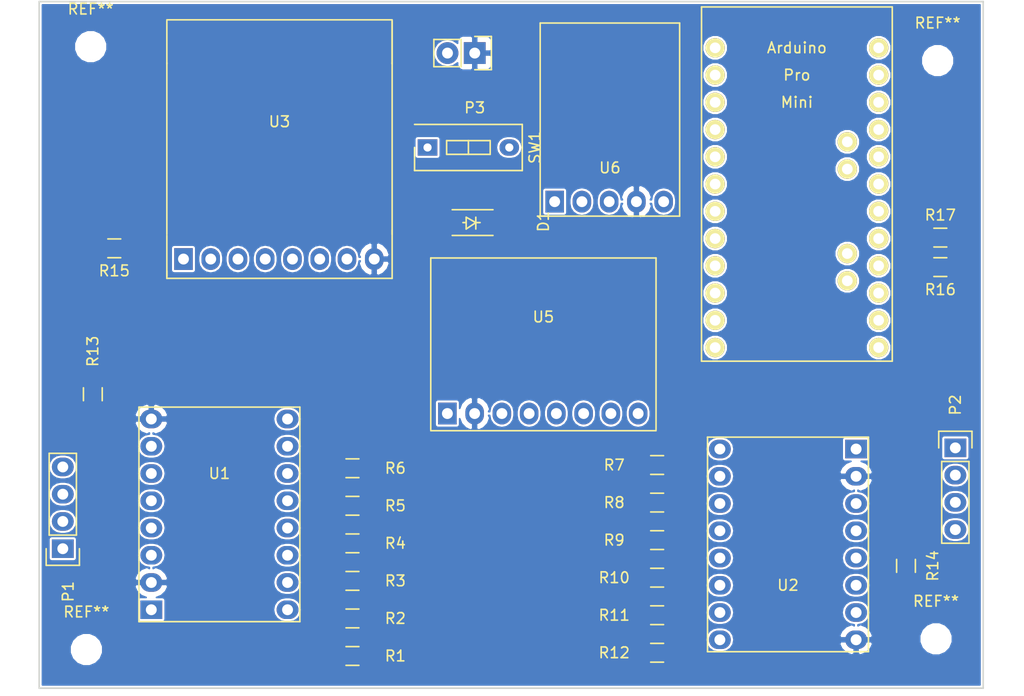
<source format=kicad_pcb>
(kicad_pcb (version 4) (host pcbnew 4.0.5)

  (general
    (links 65)
    (no_connects 58)
    (area 103.271429 83.905 198.878572 150.975)
    (thickness 1.6)
    (drawings 4)
    (tracks 0)
    (zones 0)
    (modules 32)
    (nets 39)
  )

  (page A4)
  (layers
    (0 F.Cu signal)
    (31 B.Cu signal hide)
    (32 B.Adhes user)
    (33 F.Adhes user)
    (34 B.Paste user)
    (35 F.Paste user)
    (36 B.SilkS user)
    (37 F.SilkS user)
    (38 B.Mask user)
    (39 F.Mask user)
    (40 Dwgs.User user)
    (41 Cmts.User user)
    (42 Eco1.User user)
    (43 Eco2.User user)
    (44 Edge.Cuts user)
    (45 Margin user)
    (46 B.CrtYd user)
    (47 F.CrtYd user)
    (48 B.Fab user)
    (49 F.Fab user)
  )

  (setup
    (last_trace_width 0.25)
    (trace_clearance 0.2)
    (zone_clearance 0.1524)
    (zone_45_only yes)
    (trace_min 0.2)
    (segment_width 0.2)
    (edge_width 0.15)
    (via_size 0.6)
    (via_drill 0.4)
    (via_min_size 0.4)
    (via_min_drill 0.3)
    (uvia_size 0.3)
    (uvia_drill 0.1)
    (uvias_allowed no)
    (uvia_min_size 0.2)
    (uvia_min_drill 0.1)
    (pcb_text_width 0.3)
    (pcb_text_size 1.5 1.5)
    (mod_edge_width 0.15)
    (mod_text_size 1 1)
    (mod_text_width 0.15)
    (pad_size 1.524 1.524)
    (pad_drill 0.762)
    (pad_to_mask_clearance 0.2)
    (aux_axis_origin 0 0)
    (visible_elements FFFEFF7F)
    (pcbplotparams
      (layerselection 0x00030_80000001)
      (usegerberextensions false)
      (excludeedgelayer true)
      (linewidth 0.100000)
      (plotframeref false)
      (viasonmask false)
      (mode 1)
      (useauxorigin false)
      (hpglpennumber 1)
      (hpglpenspeed 20)
      (hpglpendiameter 15)
      (hpglpenoverlay 2)
      (psnegative false)
      (psa4output false)
      (plotreference true)
      (plotvalue true)
      (plotinvisibletext false)
      (padsonsilk false)
      (subtractmaskfromsilk false)
      (outputformat 1)
      (mirror false)
      (drillshape 1)
      (scaleselection 1)
      (outputdirectory ""))
  )

  (net 0 "")
  (net 1 11.1V)
  (net 2 "Net-(D1-Pad2)")
  (net 3 "Net-(P1-Pad1)")
  (net 4 "Net-(P1-Pad2)")
  (net 5 "Net-(P1-Pad3)")
  (net 6 "Net-(P1-Pad4)")
  (net 7 "Net-(P2-Pad1)")
  (net 8 "Net-(P2-Pad2)")
  (net 9 "Net-(P2-Pad3)")
  (net 10 "Net-(P2-Pad4)")
  (net 11 GND)
  (net 12 "Net-(P3-Pad2)")
  (net 13 +5V)
  (net 14 "Net-(R1-Pad2)")
  (net 15 "Net-(R2-Pad2)")
  (net 16 "Net-(R3-Pad2)")
  (net 17 "Net-(R4-Pad2)")
  (net 18 "Net-(R5-Pad2)")
  (net 19 "Net-(R6-Pad2)")
  (net 20 "Net-(R7-Pad2)")
  (net 21 "Net-(R8-Pad2)")
  (net 22 "Net-(R9-Pad2)")
  (net 23 "Net-(R10-Pad2)")
  (net 24 "Net-(R11-Pad2)")
  (net 25 "Net-(R12-Pad2)")
  (net 26 "Net-(R13-Pad1)")
  (net 27 "Net-(R14-Pad1)")
  (net 28 "Net-(R15-Pad1)")
  (net 29 "Net-(R16-Pad2)")
  (net 30 /Rstep)
  (net 31 /Rdir)
  (net 32 /Lstep)
  (net 33 /Ldir)
  (net 34 "Net-(U3-Pad3)")
  (net 35 "Net-(U3-Pad4)")
  (net 36 "Net-(U3-Pad5)")
  (net 37 "Net-(U3-Pad6)")
  (net 38 "Net-(U3-Pad7)")

  (net_class Default "This is the default net class."
    (clearance 0.2)
    (trace_width 0.25)
    (via_dia 0.6)
    (via_drill 0.4)
    (uvia_dia 0.3)
    (uvia_drill 0.1)
    (add_net +5V)
    (add_net /Ldir)
    (add_net /Lstep)
    (add_net /Rdir)
    (add_net /Rstep)
    (add_net 11.1V)
    (add_net GND)
    (add_net "Net-(D1-Pad2)")
    (add_net "Net-(P1-Pad1)")
    (add_net "Net-(P1-Pad2)")
    (add_net "Net-(P1-Pad3)")
    (add_net "Net-(P1-Pad4)")
    (add_net "Net-(P2-Pad1)")
    (add_net "Net-(P2-Pad2)")
    (add_net "Net-(P2-Pad3)")
    (add_net "Net-(P2-Pad4)")
    (add_net "Net-(P3-Pad2)")
    (add_net "Net-(R1-Pad2)")
    (add_net "Net-(R10-Pad2)")
    (add_net "Net-(R11-Pad2)")
    (add_net "Net-(R12-Pad2)")
    (add_net "Net-(R13-Pad1)")
    (add_net "Net-(R14-Pad1)")
    (add_net "Net-(R15-Pad1)")
    (add_net "Net-(R16-Pad2)")
    (add_net "Net-(R2-Pad2)")
    (add_net "Net-(R3-Pad2)")
    (add_net "Net-(R4-Pad2)")
    (add_net "Net-(R5-Pad2)")
    (add_net "Net-(R6-Pad2)")
    (add_net "Net-(R7-Pad2)")
    (add_net "Net-(R8-Pad2)")
    (add_net "Net-(R9-Pad2)")
    (add_net "Net-(U3-Pad3)")
    (add_net "Net-(U3-Pad4)")
    (add_net "Net-(U3-Pad5)")
    (add_net "Net-(U3-Pad6)")
    (add_net "Net-(U3-Pad7)")
  )

  (module balancingBot:TMiniP2-F2-B (layer F.Cu) (tedit 595C0BCB) (tstamp 595C1AAF)
    (at 147.4 106.6 90)
    (path /5956819B)
    (fp_text reference D1 (at 0.1 6.6 90) (layer F.SilkS)
      (effects (font (size 1 1) (thickness 0.15)))
    )
    (fp_text value DB2431200L (at 0.2 -5.5 90) (layer F.Fab)
      (effects (font (size 1 1) (thickness 0.15)))
    )
    (fp_line (start 0 0.3) (end 0 0.7) (layer F.SilkS) (width 0.15))
    (fp_line (start 0 -0.6) (end 0 -0.9) (layer F.SilkS) (width 0.15))
    (fp_line (start -0.6 0.3) (end 0.5 0.3) (layer F.SilkS) (width 0.15))
    (fp_line (start 0 0.3) (end -0.6 -0.6) (layer F.SilkS) (width 0.15))
    (fp_line (start -0.6 -0.6) (end 0.5 -0.6) (layer F.SilkS) (width 0.15))
    (fp_line (start 0.5 -0.6) (end 0 0.3) (layer F.SilkS) (width 0.15))
    (fp_line (start -1.2 -1.9) (end -1.2 1.9) (layer F.SilkS) (width 0.15))
    (fp_line (start 1.2 -1.9) (end 1.2 1.9) (layer F.SilkS) (width 0.15))
    (pad 1 smd rect (at 0 2.2 90) (size 2.1 1.4) (layers F.Cu F.Paste F.Mask)
      (net 1 11.1V))
    (pad 2 smd rect (at 0 -2.2 90) (size 2.1 1.4) (layers F.Cu F.Paste F.Mask)
      (net 2 "Net-(D1-Pad2)"))
  )

  (module Socket_Strips:Socket_Strip_Straight_1x04 (layer F.Cu) (tedit 595C11A0) (tstamp 595C1AB7)
    (at 109.2 137 90)
    (descr "Through hole socket strip")
    (tags "socket strip")
    (path /5956B9DD)
    (fp_text reference P1 (at -4 0.5 90) (layer F.SilkS)
      (effects (font (size 1 1) (thickness 0.15)))
    )
    (fp_text value CONN_01X04 (at 0 -3.1 90) (layer F.Fab)
      (effects (font (size 1 1) (thickness 0.15)))
    )
    (fp_line (start -1.75 -1.75) (end -1.75 1.75) (layer F.CrtYd) (width 0.05))
    (fp_line (start 9.4 -1.75) (end 9.4 1.75) (layer F.CrtYd) (width 0.05))
    (fp_line (start -1.75 -1.75) (end 9.4 -1.75) (layer F.CrtYd) (width 0.05))
    (fp_line (start -1.75 1.75) (end 9.4 1.75) (layer F.CrtYd) (width 0.05))
    (fp_line (start 1.27 -1.27) (end 8.89 -1.27) (layer F.SilkS) (width 0.15))
    (fp_line (start 1.27 1.27) (end 8.89 1.27) (layer F.SilkS) (width 0.15))
    (fp_line (start -1.55 1.55) (end 0 1.55) (layer F.SilkS) (width 0.15))
    (fp_line (start 8.89 -1.27) (end 8.89 1.27) (layer F.SilkS) (width 0.15))
    (fp_line (start 1.27 1.27) (end 1.27 -1.27) (layer F.SilkS) (width 0.15))
    (fp_line (start 0 -1.55) (end -1.55 -1.55) (layer F.SilkS) (width 0.15))
    (fp_line (start -1.55 -1.55) (end -1.55 1.55) (layer F.SilkS) (width 0.15))
    (pad 1 thru_hole rect (at 0 0 90) (size 1.7272 2.032) (drill 1.016) (layers *.Cu *.Mask)
      (net 3 "Net-(P1-Pad1)"))
    (pad 2 thru_hole oval (at 2.54 0 90) (size 1.7272 2.032) (drill 1.016) (layers *.Cu *.Mask)
      (net 4 "Net-(P1-Pad2)"))
    (pad 3 thru_hole oval (at 5.08 0 90) (size 1.7272 2.032) (drill 1.016) (layers *.Cu *.Mask)
      (net 5 "Net-(P1-Pad3)"))
    (pad 4 thru_hole oval (at 7.62 0 90) (size 1.7272 2.032) (drill 1.016) (layers *.Cu *.Mask)
      (net 6 "Net-(P1-Pad4)"))
    (model Socket_Strips.3dshapes/Socket_Strip_Straight_1x04.wrl
      (at (xyz 0.15 0 0))
      (scale (xyz 1 1 1))
      (rotate (xyz 0 0 180))
    )
  )

  (module Socket_Strips:Socket_Strip_Straight_1x04 (layer F.Cu) (tedit 595C11A5) (tstamp 595C1ABF)
    (at 192.4 127.6 270)
    (descr "Through hole socket strip")
    (tags "socket strip")
    (path /5956A64B)
    (fp_text reference P2 (at -4 0 270) (layer F.SilkS)
      (effects (font (size 1 1) (thickness 0.15)))
    )
    (fp_text value CONN_01X04 (at 0 -3.1 270) (layer F.Fab)
      (effects (font (size 1 1) (thickness 0.15)))
    )
    (fp_line (start -1.75 -1.75) (end -1.75 1.75) (layer F.CrtYd) (width 0.05))
    (fp_line (start 9.4 -1.75) (end 9.4 1.75) (layer F.CrtYd) (width 0.05))
    (fp_line (start -1.75 -1.75) (end 9.4 -1.75) (layer F.CrtYd) (width 0.05))
    (fp_line (start -1.75 1.75) (end 9.4 1.75) (layer F.CrtYd) (width 0.05))
    (fp_line (start 1.27 -1.27) (end 8.89 -1.27) (layer F.SilkS) (width 0.15))
    (fp_line (start 1.27 1.27) (end 8.89 1.27) (layer F.SilkS) (width 0.15))
    (fp_line (start -1.55 1.55) (end 0 1.55) (layer F.SilkS) (width 0.15))
    (fp_line (start 8.89 -1.27) (end 8.89 1.27) (layer F.SilkS) (width 0.15))
    (fp_line (start 1.27 1.27) (end 1.27 -1.27) (layer F.SilkS) (width 0.15))
    (fp_line (start 0 -1.55) (end -1.55 -1.55) (layer F.SilkS) (width 0.15))
    (fp_line (start -1.55 -1.55) (end -1.55 1.55) (layer F.SilkS) (width 0.15))
    (pad 1 thru_hole rect (at 0 0 270) (size 1.7272 2.032) (drill 1.016) (layers *.Cu *.Mask)
      (net 7 "Net-(P2-Pad1)"))
    (pad 2 thru_hole oval (at 2.54 0 270) (size 1.7272 2.032) (drill 1.016) (layers *.Cu *.Mask)
      (net 8 "Net-(P2-Pad2)"))
    (pad 3 thru_hole oval (at 5.08 0 270) (size 1.7272 2.032) (drill 1.016) (layers *.Cu *.Mask)
      (net 9 "Net-(P2-Pad3)"))
    (pad 4 thru_hole oval (at 7.62 0 270) (size 1.7272 2.032) (drill 1.016) (layers *.Cu *.Mask)
      (net 10 "Net-(P2-Pad4)"))
    (model Socket_Strips.3dshapes/Socket_Strip_Straight_1x04.wrl
      (at (xyz 0.15 0 0))
      (scale (xyz 1 1 1))
      (rotate (xyz 0 0 180))
    )
  )

  (module Socket_Strips:Socket_Strip_Straight_1x02 (layer F.Cu) (tedit 54E9F75E) (tstamp 595C1AC5)
    (at 147.6 90.8 180)
    (descr "Through hole socket strip")
    (tags "socket strip")
    (path /5956BDBA)
    (fp_text reference P3 (at 0 -5.1 180) (layer F.SilkS)
      (effects (font (size 1 1) (thickness 0.15)))
    )
    (fp_text value CONN_01X02 (at 0 -3.1 180) (layer F.Fab)
      (effects (font (size 1 1) (thickness 0.15)))
    )
    (fp_line (start -1.55 1.55) (end 0 1.55) (layer F.SilkS) (width 0.15))
    (fp_line (start 3.81 1.27) (end 1.27 1.27) (layer F.SilkS) (width 0.15))
    (fp_line (start -1.75 -1.75) (end -1.75 1.75) (layer F.CrtYd) (width 0.05))
    (fp_line (start 4.3 -1.75) (end 4.3 1.75) (layer F.CrtYd) (width 0.05))
    (fp_line (start -1.75 -1.75) (end 4.3 -1.75) (layer F.CrtYd) (width 0.05))
    (fp_line (start -1.75 1.75) (end 4.3 1.75) (layer F.CrtYd) (width 0.05))
    (fp_line (start 1.27 1.27) (end 1.27 -1.27) (layer F.SilkS) (width 0.15))
    (fp_line (start 0 -1.55) (end -1.55 -1.55) (layer F.SilkS) (width 0.15))
    (fp_line (start -1.55 -1.55) (end -1.55 1.55) (layer F.SilkS) (width 0.15))
    (fp_line (start 1.27 -1.27) (end 3.81 -1.27) (layer F.SilkS) (width 0.15))
    (fp_line (start 3.81 -1.27) (end 3.81 1.27) (layer F.SilkS) (width 0.15))
    (pad 1 thru_hole rect (at 0 0 180) (size 2.032 2.032) (drill 1.016) (layers *.Cu *.Mask)
      (net 11 GND))
    (pad 2 thru_hole oval (at 2.54 0 180) (size 2.032 2.032) (drill 1.016) (layers *.Cu *.Mask)
      (net 12 "Net-(P3-Pad2)"))
    (model Socket_Strips.3dshapes/Socket_Strip_Straight_1x02.wrl
      (at (xyz 0.05 0 0))
      (scale (xyz 1 1 1))
      (rotate (xyz 0 0 180))
    )
  )

  (module Resistors_SMD:R_0805_HandSoldering (layer F.Cu) (tedit 595C1169) (tstamp 595C1ACB)
    (at 136.2 147 180)
    (descr "Resistor SMD 0805, hand soldering")
    (tags "resistor 0805")
    (path /59569A65)
    (attr smd)
    (fp_text reference R1 (at -4 0 180) (layer F.SilkS)
      (effects (font (size 1 1) (thickness 0.15)))
    )
    (fp_text value NOPOP (at 0 2.1 180) (layer F.Fab)
      (effects (font (size 1 1) (thickness 0.15)))
    )
    (fp_line (start -1 0.625) (end -1 -0.625) (layer F.Fab) (width 0.1))
    (fp_line (start 1 0.625) (end -1 0.625) (layer F.Fab) (width 0.1))
    (fp_line (start 1 -0.625) (end 1 0.625) (layer F.Fab) (width 0.1))
    (fp_line (start -1 -0.625) (end 1 -0.625) (layer F.Fab) (width 0.1))
    (fp_line (start -2.4 -1) (end 2.4 -1) (layer F.CrtYd) (width 0.05))
    (fp_line (start -2.4 1) (end 2.4 1) (layer F.CrtYd) (width 0.05))
    (fp_line (start -2.4 -1) (end -2.4 1) (layer F.CrtYd) (width 0.05))
    (fp_line (start 2.4 -1) (end 2.4 1) (layer F.CrtYd) (width 0.05))
    (fp_line (start 0.6 0.875) (end -0.6 0.875) (layer F.SilkS) (width 0.15))
    (fp_line (start -0.6 -0.875) (end 0.6 -0.875) (layer F.SilkS) (width 0.15))
    (pad 1 smd rect (at -1.35 0 180) (size 1.5 1.3) (layers F.Cu F.Paste F.Mask)
      (net 13 +5V))
    (pad 2 smd rect (at 1.35 0 180) (size 1.5 1.3) (layers F.Cu F.Paste F.Mask)
      (net 14 "Net-(R1-Pad2)"))
    (model Resistors_SMD.3dshapes/R_0805_HandSoldering.wrl
      (at (xyz 0 0 0))
      (scale (xyz 1 1 1))
      (rotate (xyz 0 0 0))
    )
  )

  (module Resistors_SMD:R_0805_HandSoldering (layer F.Cu) (tedit 595C1166) (tstamp 595C1AD1)
    (at 136.2 143.5 180)
    (descr "Resistor SMD 0805, hand soldering")
    (tags "resistor 0805")
    (path /59569A6C)
    (attr smd)
    (fp_text reference R2 (at -4 0 180) (layer F.SilkS)
      (effects (font (size 1 1) (thickness 0.15)))
    )
    (fp_text value NOPOP (at 0 2.1 180) (layer F.Fab)
      (effects (font (size 1 1) (thickness 0.15)))
    )
    (fp_line (start -1 0.625) (end -1 -0.625) (layer F.Fab) (width 0.1))
    (fp_line (start 1 0.625) (end -1 0.625) (layer F.Fab) (width 0.1))
    (fp_line (start 1 -0.625) (end 1 0.625) (layer F.Fab) (width 0.1))
    (fp_line (start -1 -0.625) (end 1 -0.625) (layer F.Fab) (width 0.1))
    (fp_line (start -2.4 -1) (end 2.4 -1) (layer F.CrtYd) (width 0.05))
    (fp_line (start -2.4 1) (end 2.4 1) (layer F.CrtYd) (width 0.05))
    (fp_line (start -2.4 -1) (end -2.4 1) (layer F.CrtYd) (width 0.05))
    (fp_line (start 2.4 -1) (end 2.4 1) (layer F.CrtYd) (width 0.05))
    (fp_line (start 0.6 0.875) (end -0.6 0.875) (layer F.SilkS) (width 0.15))
    (fp_line (start -0.6 -0.875) (end 0.6 -0.875) (layer F.SilkS) (width 0.15))
    (pad 1 smd rect (at -1.35 0 180) (size 1.5 1.3) (layers F.Cu F.Paste F.Mask)
      (net 13 +5V))
    (pad 2 smd rect (at 1.35 0 180) (size 1.5 1.3) (layers F.Cu F.Paste F.Mask)
      (net 15 "Net-(R2-Pad2)"))
    (model Resistors_SMD.3dshapes/R_0805_HandSoldering.wrl
      (at (xyz 0 0 0))
      (scale (xyz 1 1 1))
      (rotate (xyz 0 0 0))
    )
  )

  (module Resistors_SMD:R_0805_HandSoldering (layer F.Cu) (tedit 595C1163) (tstamp 595C1AD7)
    (at 136.2 140 180)
    (descr "Resistor SMD 0805, hand soldering")
    (tags "resistor 0805")
    (path /59569A73)
    (attr smd)
    (fp_text reference R3 (at -4 0 180) (layer F.SilkS)
      (effects (font (size 1 1) (thickness 0.15)))
    )
    (fp_text value 0R (at 0 2.1 180) (layer F.Fab)
      (effects (font (size 1 1) (thickness 0.15)))
    )
    (fp_line (start -1 0.625) (end -1 -0.625) (layer F.Fab) (width 0.1))
    (fp_line (start 1 0.625) (end -1 0.625) (layer F.Fab) (width 0.1))
    (fp_line (start 1 -0.625) (end 1 0.625) (layer F.Fab) (width 0.1))
    (fp_line (start -1 -0.625) (end 1 -0.625) (layer F.Fab) (width 0.1))
    (fp_line (start -2.4 -1) (end 2.4 -1) (layer F.CrtYd) (width 0.05))
    (fp_line (start -2.4 1) (end 2.4 1) (layer F.CrtYd) (width 0.05))
    (fp_line (start -2.4 -1) (end -2.4 1) (layer F.CrtYd) (width 0.05))
    (fp_line (start 2.4 -1) (end 2.4 1) (layer F.CrtYd) (width 0.05))
    (fp_line (start 0.6 0.875) (end -0.6 0.875) (layer F.SilkS) (width 0.15))
    (fp_line (start -0.6 -0.875) (end 0.6 -0.875) (layer F.SilkS) (width 0.15))
    (pad 1 smd rect (at -1.35 0 180) (size 1.5 1.3) (layers F.Cu F.Paste F.Mask)
      (net 13 +5V))
    (pad 2 smd rect (at 1.35 0 180) (size 1.5 1.3) (layers F.Cu F.Paste F.Mask)
      (net 16 "Net-(R3-Pad2)"))
    (model Resistors_SMD.3dshapes/R_0805_HandSoldering.wrl
      (at (xyz 0 0 0))
      (scale (xyz 1 1 1))
      (rotate (xyz 0 0 0))
    )
  )

  (module Resistors_SMD:R_0805_HandSoldering (layer F.Cu) (tedit 595C1161) (tstamp 595C1ADD)
    (at 136.2 136.5 180)
    (descr "Resistor SMD 0805, hand soldering")
    (tags "resistor 0805")
    (path /59569A7A)
    (attr smd)
    (fp_text reference R4 (at -4 0 180) (layer F.SilkS)
      (effects (font (size 1 1) (thickness 0.15)))
    )
    (fp_text value NOPOP (at 0 2.1 180) (layer F.Fab)
      (effects (font (size 1 1) (thickness 0.15)))
    )
    (fp_line (start -1 0.625) (end -1 -0.625) (layer F.Fab) (width 0.1))
    (fp_line (start 1 0.625) (end -1 0.625) (layer F.Fab) (width 0.1))
    (fp_line (start 1 -0.625) (end 1 0.625) (layer F.Fab) (width 0.1))
    (fp_line (start -1 -0.625) (end 1 -0.625) (layer F.Fab) (width 0.1))
    (fp_line (start -2.4 -1) (end 2.4 -1) (layer F.CrtYd) (width 0.05))
    (fp_line (start -2.4 1) (end 2.4 1) (layer F.CrtYd) (width 0.05))
    (fp_line (start -2.4 -1) (end -2.4 1) (layer F.CrtYd) (width 0.05))
    (fp_line (start 2.4 -1) (end 2.4 1) (layer F.CrtYd) (width 0.05))
    (fp_line (start 0.6 0.875) (end -0.6 0.875) (layer F.SilkS) (width 0.15))
    (fp_line (start -0.6 -0.875) (end 0.6 -0.875) (layer F.SilkS) (width 0.15))
    (pad 1 smd rect (at -1.35 0 180) (size 1.5 1.3) (layers F.Cu F.Paste F.Mask)
      (net 13 +5V))
    (pad 2 smd rect (at 1.35 0 180) (size 1.5 1.3) (layers F.Cu F.Paste F.Mask)
      (net 17 "Net-(R4-Pad2)"))
    (model Resistors_SMD.3dshapes/R_0805_HandSoldering.wrl
      (at (xyz 0 0 0))
      (scale (xyz 1 1 1))
      (rotate (xyz 0 0 0))
    )
  )

  (module Resistors_SMD:R_0805_HandSoldering (layer F.Cu) (tedit 595C115E) (tstamp 595C1AE3)
    (at 136.2 133 180)
    (descr "Resistor SMD 0805, hand soldering")
    (tags "resistor 0805")
    (path /59569A8D)
    (attr smd)
    (fp_text reference R5 (at -4 0 180) (layer F.SilkS)
      (effects (font (size 1 1) (thickness 0.15)))
    )
    (fp_text value 0R (at 0 2.1 180) (layer F.Fab)
      (effects (font (size 1 1) (thickness 0.15)))
    )
    (fp_line (start -1 0.625) (end -1 -0.625) (layer F.Fab) (width 0.1))
    (fp_line (start 1 0.625) (end -1 0.625) (layer F.Fab) (width 0.1))
    (fp_line (start 1 -0.625) (end 1 0.625) (layer F.Fab) (width 0.1))
    (fp_line (start -1 -0.625) (end 1 -0.625) (layer F.Fab) (width 0.1))
    (fp_line (start -2.4 -1) (end 2.4 -1) (layer F.CrtYd) (width 0.05))
    (fp_line (start -2.4 1) (end 2.4 1) (layer F.CrtYd) (width 0.05))
    (fp_line (start -2.4 -1) (end -2.4 1) (layer F.CrtYd) (width 0.05))
    (fp_line (start 2.4 -1) (end 2.4 1) (layer F.CrtYd) (width 0.05))
    (fp_line (start 0.6 0.875) (end -0.6 0.875) (layer F.SilkS) (width 0.15))
    (fp_line (start -0.6 -0.875) (end 0.6 -0.875) (layer F.SilkS) (width 0.15))
    (pad 1 smd rect (at -1.35 0 180) (size 1.5 1.3) (layers F.Cu F.Paste F.Mask)
      (net 13 +5V))
    (pad 2 smd rect (at 1.35 0 180) (size 1.5 1.3) (layers F.Cu F.Paste F.Mask)
      (net 18 "Net-(R5-Pad2)"))
    (model Resistors_SMD.3dshapes/R_0805_HandSoldering.wrl
      (at (xyz 0 0 0))
      (scale (xyz 1 1 1))
      (rotate (xyz 0 0 0))
    )
  )

  (module Resistors_SMD:R_0805_HandSoldering (layer F.Cu) (tedit 595C115B) (tstamp 595C1AE9)
    (at 136.2 129.5 180)
    (descr "Resistor SMD 0805, hand soldering")
    (tags "resistor 0805")
    (path /59569A94)
    (attr smd)
    (fp_text reference R6 (at -4 0 180) (layer F.SilkS)
      (effects (font (size 1 1) (thickness 0.15)))
    )
    (fp_text value 0R (at 0 2.1 180) (layer F.Fab)
      (effects (font (size 1 1) (thickness 0.15)))
    )
    (fp_line (start -1 0.625) (end -1 -0.625) (layer F.Fab) (width 0.1))
    (fp_line (start 1 0.625) (end -1 0.625) (layer F.Fab) (width 0.1))
    (fp_line (start 1 -0.625) (end 1 0.625) (layer F.Fab) (width 0.1))
    (fp_line (start -1 -0.625) (end 1 -0.625) (layer F.Fab) (width 0.1))
    (fp_line (start -2.4 -1) (end 2.4 -1) (layer F.CrtYd) (width 0.05))
    (fp_line (start -2.4 1) (end 2.4 1) (layer F.CrtYd) (width 0.05))
    (fp_line (start -2.4 -1) (end -2.4 1) (layer F.CrtYd) (width 0.05))
    (fp_line (start 2.4 -1) (end 2.4 1) (layer F.CrtYd) (width 0.05))
    (fp_line (start 0.6 0.875) (end -0.6 0.875) (layer F.SilkS) (width 0.15))
    (fp_line (start -0.6 -0.875) (end 0.6 -0.875) (layer F.SilkS) (width 0.15))
    (pad 1 smd rect (at -1.35 0 180) (size 1.5 1.3) (layers F.Cu F.Paste F.Mask)
      (net 13 +5V))
    (pad 2 smd rect (at 1.35 0 180) (size 1.5 1.3) (layers F.Cu F.Paste F.Mask)
      (net 19 "Net-(R6-Pad2)"))
    (model Resistors_SMD.3dshapes/R_0805_HandSoldering.wrl
      (at (xyz 0 0 0))
      (scale (xyz 1 1 1))
      (rotate (xyz 0 0 0))
    )
  )

  (module Resistors_SMD:R_0805_HandSoldering (layer F.Cu) (tedit 595C10FF) (tstamp 595C1AEF)
    (at 164.6 129.2)
    (descr "Resistor SMD 0805, hand soldering")
    (tags "resistor 0805")
    (path /59567AB5)
    (attr smd)
    (fp_text reference R7 (at -4 0) (layer F.SilkS)
      (effects (font (size 1 1) (thickness 0.15)))
    )
    (fp_text value NOPOP (at 0 2.1) (layer F.Fab)
      (effects (font (size 1 1) (thickness 0.15)))
    )
    (fp_line (start -1 0.625) (end -1 -0.625) (layer F.Fab) (width 0.1))
    (fp_line (start 1 0.625) (end -1 0.625) (layer F.Fab) (width 0.1))
    (fp_line (start 1 -0.625) (end 1 0.625) (layer F.Fab) (width 0.1))
    (fp_line (start -1 -0.625) (end 1 -0.625) (layer F.Fab) (width 0.1))
    (fp_line (start -2.4 -1) (end 2.4 -1) (layer F.CrtYd) (width 0.05))
    (fp_line (start -2.4 1) (end 2.4 1) (layer F.CrtYd) (width 0.05))
    (fp_line (start -2.4 -1) (end -2.4 1) (layer F.CrtYd) (width 0.05))
    (fp_line (start 2.4 -1) (end 2.4 1) (layer F.CrtYd) (width 0.05))
    (fp_line (start 0.6 0.875) (end -0.6 0.875) (layer F.SilkS) (width 0.15))
    (fp_line (start -0.6 -0.875) (end 0.6 -0.875) (layer F.SilkS) (width 0.15))
    (pad 1 smd rect (at -1.35 0) (size 1.5 1.3) (layers F.Cu F.Paste F.Mask)
      (net 13 +5V))
    (pad 2 smd rect (at 1.35 0) (size 1.5 1.3) (layers F.Cu F.Paste F.Mask)
      (net 20 "Net-(R7-Pad2)"))
    (model Resistors_SMD.3dshapes/R_0805_HandSoldering.wrl
      (at (xyz 0 0 0))
      (scale (xyz 1 1 1))
      (rotate (xyz 0 0 0))
    )
  )

  (module Resistors_SMD:R_0805_HandSoldering (layer F.Cu) (tedit 595C10FB) (tstamp 595C1AF5)
    (at 164.6 132.7)
    (descr "Resistor SMD 0805, hand soldering")
    (tags "resistor 0805")
    (path /59567D52)
    (attr smd)
    (fp_text reference R8 (at -4 0) (layer F.SilkS)
      (effects (font (size 1 1) (thickness 0.15)))
    )
    (fp_text value NOPOP (at 0 2.1) (layer F.Fab)
      (effects (font (size 1 1) (thickness 0.15)))
    )
    (fp_line (start -1 0.625) (end -1 -0.625) (layer F.Fab) (width 0.1))
    (fp_line (start 1 0.625) (end -1 0.625) (layer F.Fab) (width 0.1))
    (fp_line (start 1 -0.625) (end 1 0.625) (layer F.Fab) (width 0.1))
    (fp_line (start -1 -0.625) (end 1 -0.625) (layer F.Fab) (width 0.1))
    (fp_line (start -2.4 -1) (end 2.4 -1) (layer F.CrtYd) (width 0.05))
    (fp_line (start -2.4 1) (end 2.4 1) (layer F.CrtYd) (width 0.05))
    (fp_line (start -2.4 -1) (end -2.4 1) (layer F.CrtYd) (width 0.05))
    (fp_line (start 2.4 -1) (end 2.4 1) (layer F.CrtYd) (width 0.05))
    (fp_line (start 0.6 0.875) (end -0.6 0.875) (layer F.SilkS) (width 0.15))
    (fp_line (start -0.6 -0.875) (end 0.6 -0.875) (layer F.SilkS) (width 0.15))
    (pad 1 smd rect (at -1.35 0) (size 1.5 1.3) (layers F.Cu F.Paste F.Mask)
      (net 13 +5V))
    (pad 2 smd rect (at 1.35 0) (size 1.5 1.3) (layers F.Cu F.Paste F.Mask)
      (net 21 "Net-(R8-Pad2)"))
    (model Resistors_SMD.3dshapes/R_0805_HandSoldering.wrl
      (at (xyz 0 0 0))
      (scale (xyz 1 1 1))
      (rotate (xyz 0 0 0))
    )
  )

  (module Resistors_SMD:R_0805_HandSoldering (layer F.Cu) (tedit 595C10F7) (tstamp 595C1AFB)
    (at 164.6 136.2)
    (descr "Resistor SMD 0805, hand soldering")
    (tags "resistor 0805")
    (path /59567D8D)
    (attr smd)
    (fp_text reference R9 (at -4 0) (layer F.SilkS)
      (effects (font (size 1 1) (thickness 0.15)))
    )
    (fp_text value 0R (at 0 2.1) (layer F.Fab)
      (effects (font (size 1 1) (thickness 0.15)))
    )
    (fp_line (start -1 0.625) (end -1 -0.625) (layer F.Fab) (width 0.1))
    (fp_line (start 1 0.625) (end -1 0.625) (layer F.Fab) (width 0.1))
    (fp_line (start 1 -0.625) (end 1 0.625) (layer F.Fab) (width 0.1))
    (fp_line (start -1 -0.625) (end 1 -0.625) (layer F.Fab) (width 0.1))
    (fp_line (start -2.4 -1) (end 2.4 -1) (layer F.CrtYd) (width 0.05))
    (fp_line (start -2.4 1) (end 2.4 1) (layer F.CrtYd) (width 0.05))
    (fp_line (start -2.4 -1) (end -2.4 1) (layer F.CrtYd) (width 0.05))
    (fp_line (start 2.4 -1) (end 2.4 1) (layer F.CrtYd) (width 0.05))
    (fp_line (start 0.6 0.875) (end -0.6 0.875) (layer F.SilkS) (width 0.15))
    (fp_line (start -0.6 -0.875) (end 0.6 -0.875) (layer F.SilkS) (width 0.15))
    (pad 1 smd rect (at -1.35 0) (size 1.5 1.3) (layers F.Cu F.Paste F.Mask)
      (net 13 +5V))
    (pad 2 smd rect (at 1.35 0) (size 1.5 1.3) (layers F.Cu F.Paste F.Mask)
      (net 22 "Net-(R9-Pad2)"))
    (model Resistors_SMD.3dshapes/R_0805_HandSoldering.wrl
      (at (xyz 0 0 0))
      (scale (xyz 1 1 1))
      (rotate (xyz 0 0 0))
    )
  )

  (module Resistors_SMD:R_0805_HandSoldering (layer F.Cu) (tedit 595C10F0) (tstamp 595C1B01)
    (at 164.6 139.7)
    (descr "Resistor SMD 0805, hand soldering")
    (tags "resistor 0805")
    (path /59567DC9)
    (attr smd)
    (fp_text reference R10 (at -4 0) (layer F.SilkS)
      (effects (font (size 1 1) (thickness 0.15)))
    )
    (fp_text value NOPOP (at 0 2.1) (layer F.Fab)
      (effects (font (size 1 1) (thickness 0.15)))
    )
    (fp_line (start -1 0.625) (end -1 -0.625) (layer F.Fab) (width 0.1))
    (fp_line (start 1 0.625) (end -1 0.625) (layer F.Fab) (width 0.1))
    (fp_line (start 1 -0.625) (end 1 0.625) (layer F.Fab) (width 0.1))
    (fp_line (start -1 -0.625) (end 1 -0.625) (layer F.Fab) (width 0.1))
    (fp_line (start -2.4 -1) (end 2.4 -1) (layer F.CrtYd) (width 0.05))
    (fp_line (start -2.4 1) (end 2.4 1) (layer F.CrtYd) (width 0.05))
    (fp_line (start -2.4 -1) (end -2.4 1) (layer F.CrtYd) (width 0.05))
    (fp_line (start 2.4 -1) (end 2.4 1) (layer F.CrtYd) (width 0.05))
    (fp_line (start 0.6 0.875) (end -0.6 0.875) (layer F.SilkS) (width 0.15))
    (fp_line (start -0.6 -0.875) (end 0.6 -0.875) (layer F.SilkS) (width 0.15))
    (pad 1 smd rect (at -1.35 0) (size 1.5 1.3) (layers F.Cu F.Paste F.Mask)
      (net 13 +5V))
    (pad 2 smd rect (at 1.35 0) (size 1.5 1.3) (layers F.Cu F.Paste F.Mask)
      (net 23 "Net-(R10-Pad2)"))
    (model Resistors_SMD.3dshapes/R_0805_HandSoldering.wrl
      (at (xyz 0 0 0))
      (scale (xyz 1 1 1))
      (rotate (xyz 0 0 0))
    )
  )

  (module Resistors_SMD:R_0805_HandSoldering (layer F.Cu) (tedit 595C10ED) (tstamp 595C1B07)
    (at 164.6 143.2)
    (descr "Resistor SMD 0805, hand soldering")
    (tags "resistor 0805")
    (path /59568D91)
    (attr smd)
    (fp_text reference R11 (at -4 0) (layer F.SilkS)
      (effects (font (size 1 1) (thickness 0.15)))
    )
    (fp_text value 0R (at 0 2.1) (layer F.Fab)
      (effects (font (size 1 1) (thickness 0.15)))
    )
    (fp_line (start -1 0.625) (end -1 -0.625) (layer F.Fab) (width 0.1))
    (fp_line (start 1 0.625) (end -1 0.625) (layer F.Fab) (width 0.1))
    (fp_line (start 1 -0.625) (end 1 0.625) (layer F.Fab) (width 0.1))
    (fp_line (start -1 -0.625) (end 1 -0.625) (layer F.Fab) (width 0.1))
    (fp_line (start -2.4 -1) (end 2.4 -1) (layer F.CrtYd) (width 0.05))
    (fp_line (start -2.4 1) (end 2.4 1) (layer F.CrtYd) (width 0.05))
    (fp_line (start -2.4 -1) (end -2.4 1) (layer F.CrtYd) (width 0.05))
    (fp_line (start 2.4 -1) (end 2.4 1) (layer F.CrtYd) (width 0.05))
    (fp_line (start 0.6 0.875) (end -0.6 0.875) (layer F.SilkS) (width 0.15))
    (fp_line (start -0.6 -0.875) (end 0.6 -0.875) (layer F.SilkS) (width 0.15))
    (pad 1 smd rect (at -1.35 0) (size 1.5 1.3) (layers F.Cu F.Paste F.Mask)
      (net 13 +5V))
    (pad 2 smd rect (at 1.35 0) (size 1.5 1.3) (layers F.Cu F.Paste F.Mask)
      (net 24 "Net-(R11-Pad2)"))
    (model Resistors_SMD.3dshapes/R_0805_HandSoldering.wrl
      (at (xyz 0 0 0))
      (scale (xyz 1 1 1))
      (rotate (xyz 0 0 0))
    )
  )

  (module Resistors_SMD:R_0805_HandSoldering (layer F.Cu) (tedit 595C10E9) (tstamp 595C1B0D)
    (at 164.6 146.7)
    (descr "Resistor SMD 0805, hand soldering")
    (tags "resistor 0805")
    (path /59568E06)
    (attr smd)
    (fp_text reference R12 (at -4 0) (layer F.SilkS)
      (effects (font (size 1 1) (thickness 0.15)))
    )
    (fp_text value 0R (at 0 2.1) (layer F.Fab)
      (effects (font (size 1 1) (thickness 0.15)))
    )
    (fp_line (start -1 0.625) (end -1 -0.625) (layer F.Fab) (width 0.1))
    (fp_line (start 1 0.625) (end -1 0.625) (layer F.Fab) (width 0.1))
    (fp_line (start 1 -0.625) (end 1 0.625) (layer F.Fab) (width 0.1))
    (fp_line (start -1 -0.625) (end 1 -0.625) (layer F.Fab) (width 0.1))
    (fp_line (start -2.4 -1) (end 2.4 -1) (layer F.CrtYd) (width 0.05))
    (fp_line (start -2.4 1) (end 2.4 1) (layer F.CrtYd) (width 0.05))
    (fp_line (start -2.4 -1) (end -2.4 1) (layer F.CrtYd) (width 0.05))
    (fp_line (start 2.4 -1) (end 2.4 1) (layer F.CrtYd) (width 0.05))
    (fp_line (start 0.6 0.875) (end -0.6 0.875) (layer F.SilkS) (width 0.15))
    (fp_line (start -0.6 -0.875) (end 0.6 -0.875) (layer F.SilkS) (width 0.15))
    (pad 1 smd rect (at -1.35 0) (size 1.5 1.3) (layers F.Cu F.Paste F.Mask)
      (net 13 +5V))
    (pad 2 smd rect (at 1.35 0) (size 1.5 1.3) (layers F.Cu F.Paste F.Mask)
      (net 25 "Net-(R12-Pad2)"))
    (model Resistors_SMD.3dshapes/R_0805_HandSoldering.wrl
      (at (xyz 0 0 0))
      (scale (xyz 1 1 1))
      (rotate (xyz 0 0 0))
    )
  )

  (module Resistors_SMD:R_0805_HandSoldering (layer F.Cu) (tedit 595C117D) (tstamp 595C1B13)
    (at 112 122.6 90)
    (descr "Resistor SMD 0805, hand soldering")
    (tags "resistor 0805")
    (path /59569C5B)
    (attr smd)
    (fp_text reference R13 (at 4 0 90) (layer F.SilkS)
      (effects (font (size 1 1) (thickness 0.15)))
    )
    (fp_text value NOPOP (at 0 2.1 90) (layer F.Fab)
      (effects (font (size 1 1) (thickness 0.15)))
    )
    (fp_line (start -1 0.625) (end -1 -0.625) (layer F.Fab) (width 0.1))
    (fp_line (start 1 0.625) (end -1 0.625) (layer F.Fab) (width 0.1))
    (fp_line (start 1 -0.625) (end 1 0.625) (layer F.Fab) (width 0.1))
    (fp_line (start -1 -0.625) (end 1 -0.625) (layer F.Fab) (width 0.1))
    (fp_line (start -2.4 -1) (end 2.4 -1) (layer F.CrtYd) (width 0.05))
    (fp_line (start -2.4 1) (end 2.4 1) (layer F.CrtYd) (width 0.05))
    (fp_line (start -2.4 -1) (end -2.4 1) (layer F.CrtYd) (width 0.05))
    (fp_line (start 2.4 -1) (end 2.4 1) (layer F.CrtYd) (width 0.05))
    (fp_line (start 0.6 0.875) (end -0.6 0.875) (layer F.SilkS) (width 0.15))
    (fp_line (start -0.6 -0.875) (end 0.6 -0.875) (layer F.SilkS) (width 0.15))
    (pad 1 smd rect (at -1.35 0 90) (size 1.5 1.3) (layers F.Cu F.Paste F.Mask)
      (net 26 "Net-(R13-Pad1)"))
    (pad 2 smd rect (at 1.35 0 90) (size 1.5 1.3) (layers F.Cu F.Paste F.Mask)
      (net 13 +5V))
    (model Resistors_SMD.3dshapes/R_0805_HandSoldering.wrl
      (at (xyz 0 0 0))
      (scale (xyz 1 1 1))
      (rotate (xyz 0 0 0))
    )
  )

  (module Resistors_SMD:R_0805_HandSoldering (layer F.Cu) (tedit 595C1190) (tstamp 595C1B19)
    (at 187.8 138.6 90)
    (descr "Resistor SMD 0805, hand soldering")
    (tags "resistor 0805")
    (path /5956A451)
    (attr smd)
    (fp_text reference R14 (at 0 2.5 90) (layer F.SilkS)
      (effects (font (size 1 1) (thickness 0.15)))
    )
    (fp_text value NOPOP (at 0 2.1 90) (layer F.Fab)
      (effects (font (size 1 1) (thickness 0.15)))
    )
    (fp_line (start -1 0.625) (end -1 -0.625) (layer F.Fab) (width 0.1))
    (fp_line (start 1 0.625) (end -1 0.625) (layer F.Fab) (width 0.1))
    (fp_line (start 1 -0.625) (end 1 0.625) (layer F.Fab) (width 0.1))
    (fp_line (start -1 -0.625) (end 1 -0.625) (layer F.Fab) (width 0.1))
    (fp_line (start -2.4 -1) (end 2.4 -1) (layer F.CrtYd) (width 0.05))
    (fp_line (start -2.4 1) (end 2.4 1) (layer F.CrtYd) (width 0.05))
    (fp_line (start -2.4 -1) (end -2.4 1) (layer F.CrtYd) (width 0.05))
    (fp_line (start 2.4 -1) (end 2.4 1) (layer F.CrtYd) (width 0.05))
    (fp_line (start 0.6 0.875) (end -0.6 0.875) (layer F.SilkS) (width 0.15))
    (fp_line (start -0.6 -0.875) (end 0.6 -0.875) (layer F.SilkS) (width 0.15))
    (pad 1 smd rect (at -1.35 0 90) (size 1.5 1.3) (layers F.Cu F.Paste F.Mask)
      (net 27 "Net-(R14-Pad1)"))
    (pad 2 smd rect (at 1.35 0 90) (size 1.5 1.3) (layers F.Cu F.Paste F.Mask)
      (net 13 +5V))
    (model Resistors_SMD.3dshapes/R_0805_HandSoldering.wrl
      (at (xyz 0 0 0))
      (scale (xyz 1 1 1))
      (rotate (xyz 0 0 0))
    )
  )

  (module Resistors_SMD:R_0805_HandSoldering (layer F.Cu) (tedit 58307B90) (tstamp 595C1B1F)
    (at 114 109 180)
    (descr "Resistor SMD 0805, hand soldering")
    (tags "resistor 0805")
    (path /5955CF79)
    (attr smd)
    (fp_text reference R15 (at 0 -2.1 180) (layer F.SilkS)
      (effects (font (size 1 1) (thickness 0.15)))
    )
    (fp_text value 0R (at 0 2.1 180) (layer F.Fab)
      (effects (font (size 1 1) (thickness 0.15)))
    )
    (fp_line (start -1 0.625) (end -1 -0.625) (layer F.Fab) (width 0.1))
    (fp_line (start 1 0.625) (end -1 0.625) (layer F.Fab) (width 0.1))
    (fp_line (start 1 -0.625) (end 1 0.625) (layer F.Fab) (width 0.1))
    (fp_line (start -1 -0.625) (end 1 -0.625) (layer F.Fab) (width 0.1))
    (fp_line (start -2.4 -1) (end 2.4 -1) (layer F.CrtYd) (width 0.05))
    (fp_line (start -2.4 1) (end 2.4 1) (layer F.CrtYd) (width 0.05))
    (fp_line (start -2.4 -1) (end -2.4 1) (layer F.CrtYd) (width 0.05))
    (fp_line (start 2.4 -1) (end 2.4 1) (layer F.CrtYd) (width 0.05))
    (fp_line (start 0.6 0.875) (end -0.6 0.875) (layer F.SilkS) (width 0.15))
    (fp_line (start -0.6 -0.875) (end 0.6 -0.875) (layer F.SilkS) (width 0.15))
    (pad 1 smd rect (at -1.35 0 180) (size 1.5 1.3) (layers F.Cu F.Paste F.Mask)
      (net 28 "Net-(R15-Pad1)"))
    (pad 2 smd rect (at 1.35 0 180) (size 1.5 1.3) (layers F.Cu F.Paste F.Mask)
      (net 13 +5V))
    (model Resistors_SMD.3dshapes/R_0805_HandSoldering.wrl
      (at (xyz 0 0 0))
      (scale (xyz 1 1 1))
      (rotate (xyz 0 0 0))
    )
  )

  (module Resistors_SMD:R_0805_HandSoldering (layer F.Cu) (tedit 58307B90) (tstamp 595C1B25)
    (at 191 110.75 180)
    (descr "Resistor SMD 0805, hand soldering")
    (tags "resistor 0805")
    (path /595697E0)
    (attr smd)
    (fp_text reference R16 (at 0 -2.1 180) (layer F.SilkS)
      (effects (font (size 1 1) (thickness 0.15)))
    )
    (fp_text value 3K3 (at 0 2.1 180) (layer F.Fab)
      (effects (font (size 1 1) (thickness 0.15)))
    )
    (fp_line (start -1 0.625) (end -1 -0.625) (layer F.Fab) (width 0.1))
    (fp_line (start 1 0.625) (end -1 0.625) (layer F.Fab) (width 0.1))
    (fp_line (start 1 -0.625) (end 1 0.625) (layer F.Fab) (width 0.1))
    (fp_line (start -1 -0.625) (end 1 -0.625) (layer F.Fab) (width 0.1))
    (fp_line (start -2.4 -1) (end 2.4 -1) (layer F.CrtYd) (width 0.05))
    (fp_line (start -2.4 1) (end 2.4 1) (layer F.CrtYd) (width 0.05))
    (fp_line (start -2.4 -1) (end -2.4 1) (layer F.CrtYd) (width 0.05))
    (fp_line (start 2.4 -1) (end 2.4 1) (layer F.CrtYd) (width 0.05))
    (fp_line (start 0.6 0.875) (end -0.6 0.875) (layer F.SilkS) (width 0.15))
    (fp_line (start -0.6 -0.875) (end 0.6 -0.875) (layer F.SilkS) (width 0.15))
    (pad 1 smd rect (at -1.35 0 180) (size 1.5 1.3) (layers F.Cu F.Paste F.Mask)
      (net 1 11.1V))
    (pad 2 smd rect (at 1.35 0 180) (size 1.5 1.3) (layers F.Cu F.Paste F.Mask)
      (net 29 "Net-(R16-Pad2)"))
    (model Resistors_SMD.3dshapes/R_0805_HandSoldering.wrl
      (at (xyz 0 0 0))
      (scale (xyz 1 1 1))
      (rotate (xyz 0 0 0))
    )
  )

  (module Resistors_SMD:R_0805_HandSoldering (layer F.Cu) (tedit 58307B90) (tstamp 595C1B2B)
    (at 191 108)
    (descr "Resistor SMD 0805, hand soldering")
    (tags "resistor 0805")
    (path /5956988A)
    (attr smd)
    (fp_text reference R17 (at 0 -2.1) (layer F.SilkS)
      (effects (font (size 1 1) (thickness 0.15)))
    )
    (fp_text value 2K2 (at 0 2.1) (layer F.Fab)
      (effects (font (size 1 1) (thickness 0.15)))
    )
    (fp_line (start -1 0.625) (end -1 -0.625) (layer F.Fab) (width 0.1))
    (fp_line (start 1 0.625) (end -1 0.625) (layer F.Fab) (width 0.1))
    (fp_line (start 1 -0.625) (end 1 0.625) (layer F.Fab) (width 0.1))
    (fp_line (start -1 -0.625) (end 1 -0.625) (layer F.Fab) (width 0.1))
    (fp_line (start -2.4 -1) (end 2.4 -1) (layer F.CrtYd) (width 0.05))
    (fp_line (start -2.4 1) (end 2.4 1) (layer F.CrtYd) (width 0.05))
    (fp_line (start -2.4 -1) (end -2.4 1) (layer F.CrtYd) (width 0.05))
    (fp_line (start 2.4 -1) (end 2.4 1) (layer F.CrtYd) (width 0.05))
    (fp_line (start 0.6 0.875) (end -0.6 0.875) (layer F.SilkS) (width 0.15))
    (fp_line (start -0.6 -0.875) (end 0.6 -0.875) (layer F.SilkS) (width 0.15))
    (pad 1 smd rect (at -1.35 0) (size 1.5 1.3) (layers F.Cu F.Paste F.Mask)
      (net 29 "Net-(R16-Pad2)"))
    (pad 2 smd rect (at 1.35 0) (size 1.5 1.3) (layers F.Cu F.Paste F.Mask)
      (net 11 GND))
    (model Resistors_SMD.3dshapes/R_0805_HandSoldering.wrl
      (at (xyz 0 0 0))
      (scale (xyz 1 1 1))
      (rotate (xyz 0 0 0))
    )
  )

  (module Buttons_Switches_THT:SW_DIP_x1_Slide (layer F.Cu) (tedit 54C4BC96) (tstamp 595C1B31)
    (at 143.2 99.6 270)
    (descr "CTS Electrocomponents, Series 206/208")
    (path /595685A4)
    (fp_text reference SW1 (at 0 -10 270) (layer F.SilkS)
      (effects (font (size 1 1) (thickness 0.15)))
    )
    (fp_text value SW_DIP_x01 (at 0.5 2.4 270) (layer F.Fab)
      (effects (font (size 1 1) (thickness 0.15)))
    )
    (fp_line (start 2.5 1.55) (end -2.5 1.55) (layer F.CrtYd) (width 0.05))
    (fp_line (start -2.5 1.55) (end -2.5 -9.15) (layer F.CrtYd) (width 0.05))
    (fp_line (start -2.5 -9.15) (end 2.5 -9.15) (layer F.CrtYd) (width 0.05))
    (fp_line (start 2.5 -9.15) (end 2.5 1.55) (layer F.CrtYd) (width 0.05))
    (fp_line (start -2.15 -8.83) (end 2.15 -8.83) (layer F.SilkS) (width 0.15))
    (fp_line (start 0 1.21) (end 2.15 1.21) (layer F.SilkS) (width 0.15))
    (fp_line (start -2.15 -8.83) (end -2.15 1.21) (layer F.SilkS) (width 0.15))
    (fp_line (start 2.15 -8.83) (end 2.15 1.21) (layer F.SilkS) (width 0.15))
    (fp_line (start -0.64 -3.81) (end 0.64 -3.81) (layer F.SilkS) (width 0.15))
    (fp_line (start -0.64 -5.84) (end -0.64 -1.78) (layer F.SilkS) (width 0.15))
    (fp_line (start -0.64 -1.78) (end 0.64 -1.78) (layer F.SilkS) (width 0.15))
    (fp_line (start 0.64 -1.78) (end 0.64 -5.84) (layer F.SilkS) (width 0.15))
    (fp_line (start 0.64 -5.84) (end -0.64 -5.84) (layer F.SilkS) (width 0.15))
    (pad 1 thru_hole rect (at 0 0 270) (size 1.524 1.824) (drill 0.762) (layers *.Cu *.Mask)
      (net 12 "Net-(P3-Pad2)"))
    (pad 2 thru_hole oval (at 0 -7.62 270) (size 1.524 1.824) (drill 0.762) (layers *.Cu *.Mask)
      (net 2 "Net-(D1-Pad2)"))
    (model Buttons_Switches_ThroughHole.3dshapes/SW_DIP_x1_Slide.wrl
      (at (xyz 0 0 0))
      (scale (xyz 1 1 1))
      (rotate (xyz 0 0 0))
    )
  )

  (module balancingBot:DRV8825 (layer F.Cu) (tedit 595817E0) (tstamp 595C1B49)
    (at 123.8 133.8 180)
    (descr "Stepper Driver")
    (tags "pin header")
    (path /59559506)
    (fp_text reference U1 (at 0 3.81 180) (layer F.SilkS)
      (effects (font (size 1 1) (thickness 0.15)))
    )
    (fp_text value DRV8825 (at 0 -5.08 180) (layer F.Fab)
      (effects (font (size 1 1) (thickness 0.15)))
    )
    (fp_line (start 7.5 -10) (end 7.5 10) (layer F.SilkS) (width 0.15))
    (fp_line (start -7.5 -10) (end 7.5 -10) (layer F.SilkS) (width 0.15))
    (fp_line (start -7.5 10) (end 7.5 10) (layer F.SilkS) (width 0.15))
    (fp_line (start -7.5 -10) (end -7.5 10) (layer F.SilkS) (width 0.15))
    (pad 8 thru_hole oval (at 6.35 8.89 180) (size 2.032 1.7272) (drill 1.016) (layers *.Cu *.Mask)
      (net 11 GND))
    (pad 7 thru_hole oval (at 6.35 6.35 180) (size 2.032 1.7272) (drill 1.016) (layers *.Cu *.Mask)
      (net 26 "Net-(R13-Pad1)"))
    (pad 6 thru_hole oval (at 6.35 3.81 180) (size 2.032 1.7272) (drill 1.016) (layers *.Cu *.Mask)
      (net 6 "Net-(P1-Pad4)"))
    (pad 5 thru_hole oval (at 6.35 1.27 180) (size 2.032 1.7272) (drill 1.016) (layers *.Cu *.Mask)
      (net 5 "Net-(P1-Pad3)"))
    (pad 4 thru_hole oval (at 6.35 -1.27 180) (size 2.032 1.7272) (drill 1.016) (layers *.Cu *.Mask)
      (net 4 "Net-(P1-Pad2)"))
    (pad 3 thru_hole oval (at 6.35 -3.81 180) (size 2.032 1.7272) (drill 1.016) (layers *.Cu *.Mask)
      (net 3 "Net-(P1-Pad1)"))
    (pad 2 thru_hole oval (at 6.35 -6.35 180) (size 2.032 1.7272) (drill 1.016) (layers *.Cu *.Mask)
      (net 11 GND))
    (pad 1 thru_hole rect (at 6.35 -8.89 180) (size 2.032 1.7272) (drill 1.016) (layers *.Cu *.Mask)
      (net 1 11.1V))
    (pad 16 thru_hole oval (at -6.35 -8.89 180) (size 2.032 1.7272) (drill 1.016) (layers *.Cu *.Mask)
      (net 14 "Net-(R1-Pad2)"))
    (pad 15 thru_hole oval (at -6.35 -6.35 180) (size 2.032 1.7272) (drill 1.016) (layers *.Cu *.Mask)
      (net 15 "Net-(R2-Pad2)"))
    (pad 14 thru_hole oval (at -6.35 -3.81 180) (size 2.032 1.7272) (drill 1.016) (layers *.Cu *.Mask)
      (net 16 "Net-(R3-Pad2)"))
    (pad 13 thru_hole oval (at -6.35 -1.27 180) (size 2.032 1.7272) (drill 1.016) (layers *.Cu *.Mask)
      (net 17 "Net-(R4-Pad2)"))
    (pad 12 thru_hole oval (at -6.35 1.27 180) (size 2.032 1.7272) (drill 1.016) (layers *.Cu *.Mask)
      (net 18 "Net-(R5-Pad2)"))
    (pad 11 thru_hole oval (at -6.35 3.81 180) (size 2.032 1.7272) (drill 1.016) (layers *.Cu *.Mask)
      (net 19 "Net-(R6-Pad2)"))
    (pad 10 thru_hole oval (at -6.35 6.35 180) (size 2.032 1.7272) (drill 1.016) (layers *.Cu *.Mask)
      (net 30 /Rstep))
    (pad 9 thru_hole oval (at -6.35 8.89 180) (size 2.032 1.7272) (drill 1.016) (layers *.Cu *.Mask)
      (net 31 /Rdir))
    (model Pin_Headers.3dshapes/Pin_Header_Straight_1x08.wrl
      (at (xyz 0 -0.35 0))
      (scale (xyz 1 1 1))
      (rotate (xyz 0 0 90))
    )
  )

  (module balancingBot:DRV8825 (layer F.Cu) (tedit 595817E0) (tstamp 595C1B61)
    (at 176.8 136.6)
    (descr "Stepper Driver")
    (tags "pin header")
    (path /5955942F)
    (fp_text reference U2 (at 0 3.81) (layer F.SilkS)
      (effects (font (size 1 1) (thickness 0.15)))
    )
    (fp_text value DRV8825 (at 0 -5.08) (layer F.Fab)
      (effects (font (size 1 1) (thickness 0.15)))
    )
    (fp_line (start 7.5 -10) (end 7.5 10) (layer F.SilkS) (width 0.15))
    (fp_line (start -7.5 -10) (end 7.5 -10) (layer F.SilkS) (width 0.15))
    (fp_line (start -7.5 10) (end 7.5 10) (layer F.SilkS) (width 0.15))
    (fp_line (start -7.5 -10) (end -7.5 10) (layer F.SilkS) (width 0.15))
    (pad 8 thru_hole oval (at 6.35 8.89) (size 2.032 1.7272) (drill 1.016) (layers *.Cu *.Mask)
      (net 11 GND))
    (pad 7 thru_hole oval (at 6.35 6.35) (size 2.032 1.7272) (drill 1.016) (layers *.Cu *.Mask)
      (net 27 "Net-(R14-Pad1)"))
    (pad 6 thru_hole oval (at 6.35 3.81) (size 2.032 1.7272) (drill 1.016) (layers *.Cu *.Mask)
      (net 10 "Net-(P2-Pad4)"))
    (pad 5 thru_hole oval (at 6.35 1.27) (size 2.032 1.7272) (drill 1.016) (layers *.Cu *.Mask)
      (net 9 "Net-(P2-Pad3)"))
    (pad 4 thru_hole oval (at 6.35 -1.27) (size 2.032 1.7272) (drill 1.016) (layers *.Cu *.Mask)
      (net 8 "Net-(P2-Pad2)"))
    (pad 3 thru_hole oval (at 6.35 -3.81) (size 2.032 1.7272) (drill 1.016) (layers *.Cu *.Mask)
      (net 7 "Net-(P2-Pad1)"))
    (pad 2 thru_hole oval (at 6.35 -6.35) (size 2.032 1.7272) (drill 1.016) (layers *.Cu *.Mask)
      (net 11 GND))
    (pad 1 thru_hole rect (at 6.35 -8.89) (size 2.032 1.7272) (drill 1.016) (layers *.Cu *.Mask)
      (net 1 11.1V))
    (pad 16 thru_hole oval (at -6.35 -8.89) (size 2.032 1.7272) (drill 1.016) (layers *.Cu *.Mask)
      (net 20 "Net-(R7-Pad2)"))
    (pad 15 thru_hole oval (at -6.35 -6.35) (size 2.032 1.7272) (drill 1.016) (layers *.Cu *.Mask)
      (net 21 "Net-(R8-Pad2)"))
    (pad 14 thru_hole oval (at -6.35 -3.81) (size 2.032 1.7272) (drill 1.016) (layers *.Cu *.Mask)
      (net 22 "Net-(R9-Pad2)"))
    (pad 13 thru_hole oval (at -6.35 -1.27) (size 2.032 1.7272) (drill 1.016) (layers *.Cu *.Mask)
      (net 23 "Net-(R10-Pad2)"))
    (pad 12 thru_hole oval (at -6.35 1.27) (size 2.032 1.7272) (drill 1.016) (layers *.Cu *.Mask)
      (net 24 "Net-(R11-Pad2)"))
    (pad 11 thru_hole oval (at -6.35 3.81) (size 2.032 1.7272) (drill 1.016) (layers *.Cu *.Mask)
      (net 25 "Net-(R12-Pad2)"))
    (pad 10 thru_hole oval (at -6.35 6.35) (size 2.032 1.7272) (drill 1.016) (layers *.Cu *.Mask)
      (net 32 /Lstep))
    (pad 9 thru_hole oval (at -6.35 8.89) (size 2.032 1.7272) (drill 1.016) (layers *.Cu *.Mask)
      (net 33 /Ldir))
    (model Pin_Headers.3dshapes/Pin_Header_Straight_1x08.wrl
      (at (xyz 0 -0.35 0))
      (scale (xyz 1 1 1))
      (rotate (xyz 0 0 90))
    )
  )

  (module balancingBot:WRL-00691 (layer F.Cu) (tedit 5956A50F) (tstamp 595C1B7B)
    (at 129.4 99.8)
    (descr Gyro/Accelerometer)
    (tags "gyro accelerometer")
    (path /5955949C)
    (fp_text reference U3 (at 0 -2.6 180) (layer F.SilkS)
      (effects (font (size 1 1) (thickness 0.15)))
    )
    (fp_text value WRL-00691 (at 0 -1.1 180) (layer F.Fab)
      (effects (font (size 1 1) (thickness 0.15)))
    )
    (fp_line (start 10.5 12) (end 10.5 7.5) (layer F.SilkS) (width 0.15))
    (fp_line (start -10.5 11.8) (end -10.5 11.3) (layer F.SilkS) (width 0.15))
    (fp_line (start -10.5 12) (end -10.5 8) (layer F.SilkS) (width 0.15))
    (fp_line (start -10.5 -8) (end -10.5 -12) (layer F.SilkS) (width 0.15))
    (fp_line (start 10.5 -12) (end 10.5 -8) (layer F.SilkS) (width 0.15))
    (fp_line (start 10.5 -8) (end 10.5 -12) (layer F.SilkS) (width 0.15))
    (fp_line (start -10.5 7.9) (end -10.5 -8.1) (layer F.SilkS) (width 0.15))
    (fp_line (start -10.5 -12.1) (end 10.5 -12.1) (layer F.SilkS) (width 0.15))
    (fp_line (start 10.5 -8.1) (end 10.5 7.9) (layer F.SilkS) (width 0.15))
    (fp_line (start 10.5 12) (end -10.5 12) (layer F.SilkS) (width 0.15))
    (fp_line (start -10.7 11.95) (end 10.6 11.95) (layer F.CrtYd) (width 0.05))
    (fp_line (start -10.7 8.45) (end 10.6 8.45) (layer F.CrtYd) (width 0.05))
    (fp_line (start -10.7 11.95) (end -10.7 8.45) (layer F.CrtYd) (width 0.05))
    (fp_line (start 10.6 11.95) (end 10.6 8.45) (layer F.CrtYd) (width 0.05))
    (pad 1 thru_hole rect (at -8.95 10.2 90) (size 2.032 1.7272) (drill 1.016) (layers *.Cu *.Mask)
      (net 13 +5V))
    (pad 2 thru_hole oval (at -6.41 10.2 90) (size 2.032 1.7272) (drill 1.016) (layers *.Cu *.Mask)
      (net 28 "Net-(R15-Pad1)"))
    (pad 3 thru_hole oval (at -3.87 10.2 90) (size 2.032 1.7272) (drill 1.016) (layers *.Cu *.Mask)
      (net 34 "Net-(U3-Pad3)"))
    (pad 4 thru_hole oval (at -1.33 10.2 90) (size 2.032 1.7272) (drill 1.016) (layers *.Cu *.Mask)
      (net 35 "Net-(U3-Pad4)"))
    (pad 5 thru_hole oval (at 1.21 10.2 90) (size 2.032 1.7272) (drill 1.016) (layers *.Cu *.Mask)
      (net 36 "Net-(U3-Pad5)"))
    (pad 6 thru_hole oval (at 3.75 10.2 90) (size 2.032 1.7272) (drill 1.016) (layers *.Cu *.Mask)
      (net 37 "Net-(U3-Pad6)"))
    (pad 7 thru_hole oval (at 6.29 10.2 90) (size 2.032 1.7272) (drill 1.016) (layers *.Cu *.Mask)
      (net 38 "Net-(U3-Pad7)"))
    (pad 8 thru_hole oval (at 8.83 10.2 90) (size 2.032 1.7272) (drill 1.016) (layers *.Cu *.Mask)
      (net 11 GND))
    (model Pin_Headers.3dshapes/Pin_Header_Straight_1x08.wrl
      (at (xyz 0 -0.35 0))
      (scale (xyz 1 1 1))
      (rotate (xyz 0 0 90))
    )
  )

  (module balancingBot:Arduino_Pro_Mini (layer F.Cu) (tedit 54B0B99F) (tstamp 595C1BA2)
    (at 185.25 118.25)
    (path /595593C1)
    (fp_text reference U4 (at -7.62 3.175) (layer F.SilkS) hide
      (effects (font (size 1.5 1.5) (thickness 0.15)))
    )
    (fp_text value ArduinoProMini (at -7.62 -33.02) (layer F.SilkS) hide
      (effects (font (size 1.5 1.5) (thickness 0.15)))
    )
    (fp_text user Mini (at -7.62 -22.86) (layer F.SilkS)
      (effects (font (size 1 1) (thickness 0.15)))
    )
    (fp_text user Pro (at -7.62 -25.4) (layer F.SilkS)
      (effects (font (size 1 1) (thickness 0.15)))
    )
    (fp_text user Arduino (at -7.62 -27.94) (layer F.SilkS)
      (effects (font (size 1 1) (thickness 0.15)))
    )
    (fp_line (start -16.51 1.27) (end -16.51 -31.75) (layer F.SilkS) (width 0.15))
    (fp_line (start -16.51 -31.75) (end 1.27 -31.75) (layer F.SilkS) (width 0.15))
    (fp_line (start 1.27 -31.75) (end 1.27 1.27) (layer F.SilkS) (width 0.15))
    (fp_line (start 1.27 1.27) (end -16.51 1.27) (layer F.SilkS) (width 0.15))
    (pad 34 thru_hole circle (at -2.921 -8.763) (size 1.8 1.8) (drill 1) (layers *.Cu *.Mask F.SilkS))
    (pad 33 thru_hole circle (at -2.921 -6.223) (size 1.8 1.8) (drill 1) (layers *.Cu *.Mask F.SilkS))
    (pad 31 thru_hole circle (at -2.921 -16.637) (size 1.8 1.8) (drill 1) (layers *.Cu *.Mask F.SilkS))
    (pad 32 thru_hole circle (at -2.921 -19.177) (size 1.8 1.8) (drill 1) (layers *.Cu *.Mask F.SilkS))
    (pad 13 thru_hole circle (at 0 0) (size 1.8 1.8) (drill 1) (layers *.Cu *.Mask F.SilkS)
      (net 34 "Net-(U3-Pad3)"))
    (pad 14 thru_hole circle (at 0 -2.54) (size 1.8 1.8) (drill 1) (layers *.Cu *.Mask F.SilkS))
    (pad 16 thru_hole circle (at 0 -7.62) (size 1.8 1.8) (drill 1) (layers *.Cu *.Mask F.SilkS)
      (net 35 "Net-(U3-Pad4)"))
    (pad 15 thru_hole circle (at 0 -5.08) (size 1.8 1.8) (drill 1) (layers *.Cu *.Mask F.SilkS))
    (pad 19 thru_hole circle (at 0 -15.24) (size 1.8 1.8) (drill 1) (layers *.Cu *.Mask F.SilkS))
    (pad 20 thru_hole circle (at 0 -17.78) (size 1.8 1.8) (drill 1) (layers *.Cu *.Mask F.SilkS))
    (pad 18 thru_hole circle (at 0 -12.7) (size 1.8 1.8) (drill 1) (layers *.Cu *.Mask F.SilkS))
    (pad 17 thru_hole circle (at 0 -10.16) (size 1.8 1.8) (drill 1) (layers *.Cu *.Mask F.SilkS)
      (net 29 "Net-(R16-Pad2)"))
    (pad 21 thru_hole circle (at 0 -20.32) (size 1.8 1.8) (drill 1) (layers *.Cu *.Mask F.SilkS))
    (pad 22 thru_hole circle (at 0 -22.86) (size 1.8 1.8) (drill 1) (layers *.Cu *.Mask F.SilkS))
    (pad 24 thru_hole circle (at 0 -27.94) (size 1.8 1.8) (drill 1) (layers *.Cu *.Mask F.SilkS))
    (pad 23 thru_hole circle (at 0 -25.4) (size 1.8 1.8) (drill 1) (layers *.Cu *.Mask F.SilkS))
    (pad 2 thru_hole circle (at -15.24 -25.4) (size 1.8 1.8) (drill 1) (layers *.Cu *.Mask F.SilkS))
    (pad 1 thru_hole circle (at -15.24 -27.94) (size 1.8 1.8) (drill 1) (layers *.Cu *.Mask F.SilkS))
    (pad 3 thru_hole circle (at -15.24 -22.86) (size 1.8 1.8) (drill 1) (layers *.Cu *.Mask F.SilkS))
    (pad 4 thru_hole circle (at -15.24 -20.32) (size 1.8 1.8) (drill 1) (layers *.Cu *.Mask F.SilkS))
    (pad 8 thru_hole circle (at -15.24 -10.16) (size 1.8 1.8) (drill 1) (layers *.Cu *.Mask F.SilkS)
      (net 31 /Rdir))
    (pad 7 thru_hole circle (at -15.24 -12.7) (size 1.8 1.8) (drill 1) (layers *.Cu *.Mask F.SilkS)
      (net 30 /Rstep))
    (pad 5 thru_hole circle (at -15.24 -17.78) (size 1.8 1.8) (drill 1) (layers *.Cu *.Mask F.SilkS)
      (net 32 /Lstep))
    (pad 6 thru_hole circle (at -15.24 -15.24) (size 1.8 1.8) (drill 1) (layers *.Cu *.Mask F.SilkS)
      (net 33 /Ldir))
    (pad 10 thru_hole circle (at -15.24 -5.08) (size 1.8 1.8) (drill 1) (layers *.Cu *.Mask F.SilkS)
      (net 38 "Net-(U3-Pad7)"))
    (pad 9 thru_hole circle (at -15.24 -7.62) (size 1.8 1.8) (drill 1) (layers *.Cu *.Mask F.SilkS))
    (pad 11 thru_hole circle (at -15.24 -2.54) (size 1.8 1.8) (drill 1) (layers *.Cu *.Mask F.SilkS)
      (net 36 "Net-(U3-Pad5)"))
    (pad 12 thru_hole circle (at -15.24 0) (size 1.8 1.8) (drill 1) (layers *.Cu *.Mask F.SilkS)
      (net 37 "Net-(U3-Pad6)"))
  )

  (module balancingBot:GY-521 (layer F.Cu) (tedit 59569F8F) (tstamp 595C1BB6)
    (at 154 118)
    (descr Gyro/Accelerometer)
    (tags "gyro accelerometer")
    (path /59559464)
    (fp_text reference U5 (at 0 -2.6 180) (layer F.SilkS)
      (effects (font (size 1 1) (thickness 0.15)))
    )
    (fp_text value GY-521 (at 0 -1.1 180) (layer F.Fab)
      (effects (font (size 1 1) (thickness 0.15)))
    )
    (fp_line (start -10.5 7.9) (end -10.5 -8.1) (layer F.SilkS) (width 0.15))
    (fp_line (start -10.5 -8.1) (end 10.5 -8.1) (layer F.SilkS) (width 0.15))
    (fp_line (start 10.5 -8.1) (end 10.5 7.9) (layer F.SilkS) (width 0.15))
    (fp_line (start 10.5 8) (end -10.5 8) (layer F.SilkS) (width 0.15))
    (fp_line (start -10.7 8.15) (end 10.6 8.15) (layer F.CrtYd) (width 0.05))
    (fp_line (start -10.7 4.65) (end 10.6 4.65) (layer F.CrtYd) (width 0.05))
    (fp_line (start -10.7 8.15) (end -10.7 4.65) (layer F.CrtYd) (width 0.05))
    (fp_line (start 10.6 8.15) (end 10.6 4.65) (layer F.CrtYd) (width 0.05))
    (pad 1 thru_hole rect (at -8.95 6.4 90) (size 2.032 1.7272) (drill 1.016) (layers *.Cu *.Mask)
      (net 13 +5V))
    (pad 2 thru_hole oval (at -6.41 6.4 90) (size 2.032 1.7272) (drill 1.016) (layers *.Cu *.Mask)
      (net 11 GND))
    (pad 3 thru_hole oval (at -3.87 6.4 90) (size 2.032 1.7272) (drill 1.016) (layers *.Cu *.Mask))
    (pad 4 thru_hole oval (at -1.33 6.4 90) (size 2.032 1.7272) (drill 1.016) (layers *.Cu *.Mask))
    (pad 5 thru_hole oval (at 1.21 6.4 90) (size 2.032 1.7272) (drill 1.016) (layers *.Cu *.Mask))
    (pad 6 thru_hole oval (at 3.75 6.4 90) (size 2.032 1.7272) (drill 1.016) (layers *.Cu *.Mask))
    (pad 7 thru_hole oval (at 6.29 6.4 90) (size 2.032 1.7272) (drill 1.016) (layers *.Cu *.Mask))
    (pad 8 thru_hole oval (at 8.83 6.4 90) (size 2.032 1.7272) (drill 1.016) (layers *.Cu *.Mask))
    (model Pin_Headers.3dshapes/Pin_Header_Straight_1x08.wrl
      (at (xyz 0 -0.35 0))
      (scale (xyz 1 1 1))
      (rotate (xyz 0 0 90))
    )
  )

  (module balancingBot:D24V10F5 (layer F.Cu) (tedit 595C11C4) (tstamp 595C1BC3)
    (at 160.2 106)
    (descr "Power Supply")
    (tags "pin header")
    (path /5955A3EE)
    (fp_text reference U6 (at 0 -4.5) (layer F.SilkS)
      (effects (font (size 1 1) (thickness 0.15)))
    )
    (fp_text value D24V10F5 (at 0 -11) (layer F.Fab)
      (effects (font (size 1 1) (thickness 0.15)))
    )
    (fp_line (start -6.5 -18) (end -6.5 0) (layer F.SilkS) (width 0.15))
    (fp_line (start 6.5 -18) (end 6.5 0) (layer F.SilkS) (width 0.15))
    (fp_line (start 6.5 -18) (end -6.5 -18) (layer F.SilkS) (width 0.15))
    (fp_line (start -6.5 0) (end 6.5 0) (layer F.SilkS) (width 0.15))
    (pad 1 thru_hole rect (at -5.15 -1.35 90) (size 2.032 1.7272) (drill 1.016) (layers *.Cu *.Mask))
    (pad 2 thru_hole oval (at -2.61 -1.35 90) (size 2.032 1.7272) (drill 1.016) (layers *.Cu *.Mask))
    (pad 3 thru_hole oval (at -0.07 -1.35 90) (size 2.032 1.7272) (drill 1.016) (layers *.Cu *.Mask)
      (net 1 11.1V))
    (pad 4 thru_hole oval (at 2.47 -1.35 90) (size 2.032 1.7272) (drill 1.016) (layers *.Cu *.Mask)
      (net 11 GND))
    (pad 5 thru_hole oval (at 5.01 -1.35 90) (size 2.032 1.7272) (drill 1.016) (layers *.Cu *.Mask)
      (net 13 +5V))
    (model Pin_Headers.3dshapes/Pin_Header_Straight_1x05.wrl
      (at (xyz 0 -0.2 0))
      (scale (xyz 1 1 1))
      (rotate (xyz 0 0 90))
    )
  )

  (module Mounting_Holes:MountingHole_2.5mm (layer F.Cu) (tedit 56D1B4CB) (tstamp 595C2E16)
    (at 190.6 145.4)
    (descr "Mounting Hole 2.5mm, no annular")
    (tags "mounting hole 2.5mm no annular")
    (fp_text reference REF** (at 0 -3.5) (layer F.SilkS)
      (effects (font (size 1 1) (thickness 0.15)))
    )
    (fp_text value MountingHole_2.5mm (at 0 3.5) (layer F.Fab)
      (effects (font (size 1 1) (thickness 0.15)))
    )
    (fp_circle (center 0 0) (end 2.5 0) (layer Cmts.User) (width 0.15))
    (fp_circle (center 0 0) (end 2.75 0) (layer F.CrtYd) (width 0.05))
    (pad 1 np_thru_hole circle (at 0 0) (size 2.5 2.5) (drill 2.5) (layers *.Cu *.Mask))
  )

  (module Mounting_Holes:MountingHole_2.5mm (layer F.Cu) (tedit 56D1B4CB) (tstamp 595C2E17)
    (at 111.4 146.4)
    (descr "Mounting Hole 2.5mm, no annular")
    (tags "mounting hole 2.5mm no annular")
    (fp_text reference REF** (at 0 -3.5) (layer F.SilkS)
      (effects (font (size 1 1) (thickness 0.15)))
    )
    (fp_text value MountingHole_2.5mm (at 0 3.5) (layer F.Fab)
      (effects (font (size 1 1) (thickness 0.15)))
    )
    (fp_circle (center 0 0) (end 2.5 0) (layer Cmts.User) (width 0.15))
    (fp_circle (center 0 0) (end 2.75 0) (layer F.CrtYd) (width 0.05))
    (pad 1 np_thru_hole circle (at 0 0) (size 2.5 2.5) (drill 2.5) (layers *.Cu *.Mask))
  )

  (module Mounting_Holes:MountingHole_2.5mm (layer F.Cu) (tedit 56D1B4CB) (tstamp 595C2E18)
    (at 111.8 90.2)
    (descr "Mounting Hole 2.5mm, no annular")
    (tags "mounting hole 2.5mm no annular")
    (fp_text reference REF** (at 0 -3.5) (layer F.SilkS)
      (effects (font (size 1 1) (thickness 0.15)))
    )
    (fp_text value MountingHole_2.5mm (at 0 3.5) (layer F.Fab)
      (effects (font (size 1 1) (thickness 0.15)))
    )
    (fp_circle (center 0 0) (end 2.5 0) (layer Cmts.User) (width 0.15))
    (fp_circle (center 0 0) (end 2.75 0) (layer F.CrtYd) (width 0.05))
    (pad 1 np_thru_hole circle (at 0 0) (size 2.5 2.5) (drill 2.5) (layers *.Cu *.Mask))
  )

  (module Mounting_Holes:MountingHole_2.5mm (layer F.Cu) (tedit 56D1B4CB) (tstamp 595C2E19)
    (at 190.75 91.5)
    (descr "Mounting Hole 2.5mm, no annular")
    (tags "mounting hole 2.5mm no annular")
    (fp_text reference REF** (at 0 -3.5) (layer F.SilkS)
      (effects (font (size 1 1) (thickness 0.15)))
    )
    (fp_text value MountingHole_2.5mm (at 0 3.5) (layer F.Fab)
      (effects (font (size 1 1) (thickness 0.15)))
    )
    (fp_circle (center 0 0) (end 2.5 0) (layer Cmts.User) (width 0.15))
    (fp_circle (center 0 0) (end 2.75 0) (layer F.CrtYd) (width 0.05))
    (pad 1 np_thru_hole circle (at 0 0) (size 2.5 2.5) (drill 2.5) (layers *.Cu *.Mask))
  )

  (gr_line (start 107 86) (end 107 150) (angle 90) (layer Edge.Cuts) (width 0.15))
  (gr_line (start 195 86) (end 107 86) (angle 90) (layer Edge.Cuts) (width 0.15))
  (gr_line (start 195 150) (end 195 86) (angle 90) (layer Edge.Cuts) (width 0.15))
  (gr_line (start 107 150) (end 195 150) (angle 90) (layer Edge.Cuts) (width 0.15))

  (zone (net 11) (net_name GND) (layer B.Cu) (tstamp 595C2330) (hatch edge 0.508)
    (connect_pads (clearance 0.1524))
    (min_thickness 0.1524)
    (fill yes (arc_segments 16) (thermal_gap 0.508) (thermal_bridge_width 0.508))
    (polygon
      (pts
        (xy 195 150) (xy 107 150) (xy 107 86) (xy 195 86)
      )
    )
    (filled_polygon
      (pts
        (xy 194.6964 149.6964) (xy 107.3036 149.6964) (xy 107.3036 146.702248) (xy 109.873536 146.702248) (xy 110.105396 147.263393)
        (xy 110.534348 147.693095) (xy 111.095088 147.925934) (xy 111.702248 147.926464) (xy 112.263393 147.694604) (xy 112.693095 147.265652)
        (xy 112.925934 146.704912) (xy 112.926464 146.097752) (xy 112.694604 145.536607) (xy 112.648079 145.49) (xy 169.132484 145.49)
        (xy 169.219246 145.926183) (xy 169.466324 146.29596) (xy 169.836101 146.543038) (xy 170.272284 146.6298) (xy 170.627716 146.6298)
        (xy 171.063899 146.543038) (xy 171.433676 146.29596) (xy 171.680754 145.926183) (xy 171.687875 145.890382) (xy 181.606263 145.890382)
        (xy 181.812637 146.31953) (xy 182.220284 146.709852) (xy 182.746271 146.914462) (xy 182.9722 146.790191) (xy 182.9722 145.6678)
        (xy 183.3278 145.6678) (xy 183.3278 146.790191) (xy 183.553729 146.914462) (xy 184.079716 146.709852) (xy 184.487363 146.31953)
        (xy 184.693737 145.890382) (xy 184.607704 145.702248) (xy 189.073536 145.702248) (xy 189.305396 146.263393) (xy 189.734348 146.693095)
        (xy 190.295088 146.925934) (xy 190.902248 146.926464) (xy 191.463393 146.694604) (xy 191.893095 146.265652) (xy 192.125934 145.704912)
        (xy 192.126464 145.097752) (xy 191.894604 144.536607) (xy 191.465652 144.106905) (xy 190.904912 143.874066) (xy 190.297752 143.873536)
        (xy 189.736607 144.105396) (xy 189.306905 144.534348) (xy 189.074066 145.095088) (xy 189.073536 145.702248) (xy 184.607704 145.702248)
        (xy 184.59195 145.6678) (xy 183.3278 145.6678) (xy 182.9722 145.6678) (xy 181.70805 145.6678) (xy 181.606263 145.890382)
        (xy 171.687875 145.890382) (xy 171.767516 145.49) (xy 171.687876 145.089618) (xy 181.606263 145.089618) (xy 181.70805 145.3122)
        (xy 182.9722 145.3122) (xy 182.9722 145.2922) (xy 183.3278 145.2922) (xy 183.3278 145.3122) (xy 184.59195 145.3122)
        (xy 184.693737 145.089618) (xy 184.487363 144.66047) (xy 184.079716 144.270148) (xy 183.553729 144.065538) (xy 183.327802 144.189808)
        (xy 183.327802 144.089783) (xy 183.763899 144.003038) (xy 184.133676 143.75596) (xy 184.380754 143.386183) (xy 184.467516 142.95)
        (xy 184.380754 142.513817) (xy 184.133676 142.14404) (xy 183.763899 141.896962) (xy 183.327716 141.8102) (xy 182.972284 141.8102)
        (xy 182.536101 141.896962) (xy 182.166324 142.14404) (xy 181.919246 142.513817) (xy 181.832484 142.95) (xy 181.919246 143.386183)
        (xy 182.166324 143.75596) (xy 182.536101 144.003038) (xy 182.972198 144.089783) (xy 182.972198 144.189808) (xy 182.746271 144.065538)
        (xy 182.220284 144.270148) (xy 181.812637 144.66047) (xy 181.606263 145.089618) (xy 171.687876 145.089618) (xy 171.680754 145.053817)
        (xy 171.433676 144.68404) (xy 171.063899 144.436962) (xy 170.627716 144.3502) (xy 170.272284 144.3502) (xy 169.836101 144.436962)
        (xy 169.466324 144.68404) (xy 169.219246 145.053817) (xy 169.132484 145.49) (xy 112.648079 145.49) (xy 112.265652 145.106905)
        (xy 111.704912 144.874066) (xy 111.097752 144.873536) (xy 110.536607 145.105396) (xy 110.106905 145.534348) (xy 109.874066 146.095088)
        (xy 109.873536 146.702248) (xy 107.3036 146.702248) (xy 107.3036 140.550382) (xy 115.906263 140.550382) (xy 116.112637 140.97953)
        (xy 116.520284 141.369852) (xy 116.969991 141.544789) (xy 116.434 141.544789) (xy 116.331646 141.564048) (xy 116.237641 141.624539)
        (xy 116.174576 141.716838) (xy 116.152389 141.8264) (xy 116.152389 143.5536) (xy 116.171648 143.655954) (xy 116.232139 143.749959)
        (xy 116.324438 143.813024) (xy 116.434 143.835211) (xy 118.466 143.835211) (xy 118.568354 143.815952) (xy 118.662359 143.755461)
        (xy 118.725424 143.663162) (xy 118.747611 143.5536) (xy 118.747611 142.69) (xy 128.832484 142.69) (xy 128.919246 143.126183)
        (xy 129.166324 143.49596) (xy 129.536101 143.743038) (xy 129.972284 143.8298) (xy 130.327716 143.8298) (xy 130.763899 143.743038)
        (xy 131.133676 143.49596) (xy 131.380754 143.126183) (xy 131.415798 142.95) (xy 169.132484 142.95) (xy 169.219246 143.386183)
        (xy 169.466324 143.75596) (xy 169.836101 144.003038) (xy 170.272284 144.0898) (xy 170.627716 144.0898) (xy 171.063899 144.003038)
        (xy 171.433676 143.75596) (xy 171.680754 143.386183) (xy 171.767516 142.95) (xy 171.680754 142.513817) (xy 171.433676 142.14404)
        (xy 171.063899 141.896962) (xy 170.627716 141.8102) (xy 170.272284 141.8102) (xy 169.836101 141.896962) (xy 169.466324 142.14404)
        (xy 169.219246 142.513817) (xy 169.132484 142.95) (xy 131.415798 142.95) (xy 131.467516 142.69) (xy 131.380754 142.253817)
        (xy 131.133676 141.88404) (xy 130.763899 141.636962) (xy 130.327716 141.5502) (xy 129.972284 141.5502) (xy 129.536101 141.636962)
        (xy 129.166324 141.88404) (xy 128.919246 142.253817) (xy 128.832484 142.69) (xy 118.747611 142.69) (xy 118.747611 141.8264)
        (xy 118.728352 141.724046) (xy 118.667861 141.630041) (xy 118.575562 141.566976) (xy 118.466 141.544789) (xy 117.930009 141.544789)
        (xy 118.379716 141.369852) (xy 118.787363 140.97953) (xy 118.993737 140.550382) (xy 118.89195 140.3278) (xy 117.6278 140.3278)
        (xy 117.6278 140.3478) (xy 117.2722 140.3478) (xy 117.2722 140.3278) (xy 116.00805 140.3278) (xy 115.906263 140.550382)
        (xy 107.3036 140.550382) (xy 107.3036 140.15) (xy 128.832484 140.15) (xy 128.919246 140.586183) (xy 129.166324 140.95596)
        (xy 129.536101 141.203038) (xy 129.972284 141.2898) (xy 130.327716 141.2898) (xy 130.763899 141.203038) (xy 131.133676 140.95596)
        (xy 131.380754 140.586183) (xy 131.415798 140.41) (xy 169.132484 140.41) (xy 169.219246 140.846183) (xy 169.466324 141.21596)
        (xy 169.836101 141.463038) (xy 170.272284 141.5498) (xy 170.627716 141.5498) (xy 171.063899 141.463038) (xy 171.433676 141.21596)
        (xy 171.680754 140.846183) (xy 171.767516 140.41) (xy 181.832484 140.41) (xy 181.919246 140.846183) (xy 182.166324 141.21596)
        (xy 182.536101 141.463038) (xy 182.972284 141.5498) (xy 183.327716 141.5498) (xy 183.763899 141.463038) (xy 184.133676 141.21596)
        (xy 184.380754 140.846183) (xy 184.467516 140.41) (xy 184.380754 139.973817) (xy 184.133676 139.60404) (xy 183.763899 139.356962)
        (xy 183.327716 139.2702) (xy 182.972284 139.2702) (xy 182.536101 139.356962) (xy 182.166324 139.60404) (xy 181.919246 139.973817)
        (xy 181.832484 140.41) (xy 171.767516 140.41) (xy 171.680754 139.973817) (xy 171.433676 139.60404) (xy 171.063899 139.356962)
        (xy 170.627716 139.2702) (xy 170.272284 139.2702) (xy 169.836101 139.356962) (xy 169.466324 139.60404) (xy 169.219246 139.973817)
        (xy 169.132484 140.41) (xy 131.415798 140.41) (xy 131.467516 140.15) (xy 131.380754 139.713817) (xy 131.133676 139.34404)
        (xy 130.763899 139.096962) (xy 130.327716 139.0102) (xy 129.972284 139.0102) (xy 129.536101 139.096962) (xy 129.166324 139.34404)
        (xy 128.919246 139.713817) (xy 128.832484 140.15) (xy 107.3036 140.15) (xy 107.3036 139.749618) (xy 115.906263 139.749618)
        (xy 116.00805 139.9722) (xy 117.2722 139.9722) (xy 117.2722 139.9522) (xy 117.6278 139.9522) (xy 117.6278 139.9722)
        (xy 118.89195 139.9722) (xy 118.993737 139.749618) (xy 118.787363 139.32047) (xy 118.379716 138.930148) (xy 117.853729 138.725538)
        (xy 117.627802 138.849808) (xy 117.627802 138.749783) (xy 118.063899 138.663038) (xy 118.433676 138.41596) (xy 118.680754 138.046183)
        (xy 118.767516 137.61) (xy 128.832484 137.61) (xy 128.919246 138.046183) (xy 129.166324 138.41596) (xy 129.536101 138.663038)
        (xy 129.972284 138.7498) (xy 130.327716 138.7498) (xy 130.763899 138.663038) (xy 131.133676 138.41596) (xy 131.380754 138.046183)
        (xy 131.415798 137.87) (xy 169.132484 137.87) (xy 169.219246 138.306183) (xy 169.466324 138.67596) (xy 169.836101 138.923038)
        (xy 170.272284 139.0098) (xy 170.627716 139.0098) (xy 171.063899 138.923038) (xy 171.433676 138.67596) (xy 171.680754 138.306183)
        (xy 171.767516 137.87) (xy 181.832484 137.87) (xy 181.919246 138.306183) (xy 182.166324 138.67596) (xy 182.536101 138.923038)
        (xy 182.972284 139.0098) (xy 183.327716 139.0098) (xy 183.763899 138.923038) (xy 184.133676 138.67596) (xy 184.380754 138.306183)
        (xy 184.467516 137.87) (xy 184.380754 137.433817) (xy 184.133676 137.06404) (xy 183.763899 136.816962) (xy 183.327716 136.7302)
        (xy 182.972284 136.7302) (xy 182.536101 136.816962) (xy 182.166324 137.06404) (xy 181.919246 137.433817) (xy 181.832484 137.87)
        (xy 171.767516 137.87) (xy 171.680754 137.433817) (xy 171.433676 137.06404) (xy 171.063899 136.816962) (xy 170.627716 136.7302)
        (xy 170.272284 136.7302) (xy 169.836101 136.816962) (xy 169.466324 137.06404) (xy 169.219246 137.433817) (xy 169.132484 137.87)
        (xy 131.415798 137.87) (xy 131.467516 137.61) (xy 131.380754 137.173817) (xy 131.133676 136.80404) (xy 130.763899 136.556962)
        (xy 130.327716 136.4702) (xy 129.972284 136.4702) (xy 129.536101 136.556962) (xy 129.166324 136.80404) (xy 128.919246 137.173817)
        (xy 128.832484 137.61) (xy 118.767516 137.61) (xy 118.680754 137.173817) (xy 118.433676 136.80404) (xy 118.063899 136.556962)
        (xy 117.627716 136.4702) (xy 117.272284 136.4702) (xy 116.836101 136.556962) (xy 116.466324 136.80404) (xy 116.219246 137.173817)
        (xy 116.132484 137.61) (xy 116.219246 138.046183) (xy 116.466324 138.41596) (xy 116.836101 138.663038) (xy 117.272198 138.749783)
        (xy 117.272198 138.849808) (xy 117.046271 138.725538) (xy 116.520284 138.930148) (xy 116.112637 139.32047) (xy 115.906263 139.749618)
        (xy 107.3036 139.749618) (xy 107.3036 136.1364) (xy 107.902389 136.1364) (xy 107.902389 137.8636) (xy 107.921648 137.965954)
        (xy 107.982139 138.059959) (xy 108.074438 138.123024) (xy 108.184 138.145211) (xy 110.216 138.145211) (xy 110.318354 138.125952)
        (xy 110.412359 138.065461) (xy 110.475424 137.973162) (xy 110.497611 137.8636) (xy 110.497611 136.1364) (xy 110.478352 136.034046)
        (xy 110.417861 135.940041) (xy 110.325562 135.876976) (xy 110.216 135.854789) (xy 108.184 135.854789) (xy 108.081646 135.874048)
        (xy 107.987641 135.934539) (xy 107.924576 136.026838) (xy 107.902389 136.1364) (xy 107.3036 136.1364) (xy 107.3036 134.46)
        (xy 107.882484 134.46) (xy 107.969246 134.896183) (xy 108.216324 135.26596) (xy 108.586101 135.513038) (xy 109.022284 135.5998)
        (xy 109.377716 135.5998) (xy 109.813899 135.513038) (xy 110.183676 135.26596) (xy 110.314612 135.07) (xy 116.132484 135.07)
        (xy 116.219246 135.506183) (xy 116.466324 135.87596) (xy 116.836101 136.123038) (xy 117.272284 136.2098) (xy 117.627716 136.2098)
        (xy 118.063899 136.123038) (xy 118.433676 135.87596) (xy 118.680754 135.506183) (xy 118.767516 135.07) (xy 128.832484 135.07)
        (xy 128.919246 135.506183) (xy 129.166324 135.87596) (xy 129.536101 136.123038) (xy 129.972284 136.2098) (xy 130.327716 136.2098)
        (xy 130.763899 136.123038) (xy 131.133676 135.87596) (xy 131.380754 135.506183) (xy 131.415798 135.33) (xy 169.132484 135.33)
        (xy 169.219246 135.766183) (xy 169.466324 136.13596) (xy 169.836101 136.383038) (xy 170.272284 136.4698) (xy 170.627716 136.4698)
        (xy 171.063899 136.383038) (xy 171.433676 136.13596) (xy 171.680754 135.766183) (xy 171.767516 135.33) (xy 181.832484 135.33)
        (xy 181.919246 135.766183) (xy 182.166324 136.13596) (xy 182.536101 136.383038) (xy 182.972284 136.4698) (xy 183.327716 136.4698)
        (xy 183.763899 136.383038) (xy 184.133676 136.13596) (xy 184.380754 135.766183) (xy 184.467516 135.33) (xy 184.445636 135.22)
        (xy 191.082484 135.22) (xy 191.169246 135.656183) (xy 191.416324 136.02596) (xy 191.786101 136.273038) (xy 192.222284 136.3598)
        (xy 192.577716 136.3598) (xy 193.013899 136.273038) (xy 193.383676 136.02596) (xy 193.630754 135.656183) (xy 193.717516 135.22)
        (xy 193.630754 134.783817) (xy 193.383676 134.41404) (xy 193.013899 134.166962) (xy 192.577716 134.0802) (xy 192.222284 134.0802)
        (xy 191.786101 134.166962) (xy 191.416324 134.41404) (xy 191.169246 134.783817) (xy 191.082484 135.22) (xy 184.445636 135.22)
        (xy 184.380754 134.893817) (xy 184.133676 134.52404) (xy 183.763899 134.276962) (xy 183.327716 134.1902) (xy 182.972284 134.1902)
        (xy 182.536101 134.276962) (xy 182.166324 134.52404) (xy 181.919246 134.893817) (xy 181.832484 135.33) (xy 171.767516 135.33)
        (xy 171.680754 134.893817) (xy 171.433676 134.52404) (xy 171.063899 134.276962) (xy 170.627716 134.1902) (xy 170.272284 134.1902)
        (xy 169.836101 134.276962) (xy 169.466324 134.52404) (xy 169.219246 134.893817) (xy 169.132484 135.33) (xy 131.415798 135.33)
        (xy 131.467516 135.07) (xy 131.380754 134.633817) (xy 131.133676 134.26404) (xy 130.763899 134.016962) (xy 130.327716 133.9302)
        (xy 129.972284 133.9302) (xy 129.536101 134.016962) (xy 129.166324 134.26404) (xy 128.919246 134.633817) (xy 128.832484 135.07)
        (xy 118.767516 135.07) (xy 118.680754 134.633817) (xy 118.433676 134.26404) (xy 118.063899 134.016962) (xy 117.627716 133.9302)
        (xy 117.272284 133.9302) (xy 116.836101 134.016962) (xy 116.466324 134.26404) (xy 116.219246 134.633817) (xy 116.132484 135.07)
        (xy 110.314612 135.07) (xy 110.430754 134.896183) (xy 110.517516 134.46) (xy 110.430754 134.023817) (xy 110.183676 133.65404)
        (xy 109.813899 133.406962) (xy 109.377716 133.3202) (xy 109.022284 133.3202) (xy 108.586101 133.406962) (xy 108.216324 133.65404)
        (xy 107.969246 134.023817) (xy 107.882484 134.46) (xy 107.3036 134.46) (xy 107.3036 131.92) (xy 107.882484 131.92)
        (xy 107.969246 132.356183) (xy 108.216324 132.72596) (xy 108.586101 132.973038) (xy 109.022284 133.0598) (xy 109.377716 133.0598)
        (xy 109.813899 132.973038) (xy 110.183676 132.72596) (xy 110.314612 132.53) (xy 116.132484 132.53) (xy 116.219246 132.966183)
        (xy 116.466324 133.33596) (xy 116.836101 133.583038) (xy 117.272284 133.6698) (xy 117.627716 133.6698) (xy 118.063899 133.583038)
        (xy 118.433676 133.33596) (xy 118.680754 132.966183) (xy 118.767516 132.53) (xy 128.832484 132.53) (xy 128.919246 132.966183)
        (xy 129.166324 133.33596) (xy 129.536101 133.583038) (xy 129.972284 133.6698) (xy 130.327716 133.6698) (xy 130.763899 133.583038)
        (xy 131.133676 133.33596) (xy 131.380754 132.966183) (xy 131.415798 132.79) (xy 169.132484 132.79) (xy 169.219246 133.226183)
        (xy 169.466324 133.59596) (xy 169.836101 133.843038) (xy 170.272284 133.9298) (xy 170.627716 133.9298) (xy 171.063899 133.843038)
        (xy 171.433676 133.59596) (xy 171.680754 133.226183) (xy 171.767516 132.79) (xy 171.680754 132.353817) (xy 171.433676 131.98404)
        (xy 171.063899 131.736962) (xy 170.627716 131.6502) (xy 170.272284 131.6502) (xy 169.836101 131.736962) (xy 169.466324 131.98404)
        (xy 169.219246 132.353817) (xy 169.132484 132.79) (xy 131.415798 132.79) (xy 131.467516 132.53) (xy 131.380754 132.093817)
        (xy 131.133676 131.72404) (xy 130.763899 131.476962) (xy 130.327716 131.3902) (xy 129.972284 131.3902) (xy 129.536101 131.476962)
        (xy 129.166324 131.72404) (xy 128.919246 132.093817) (xy 128.832484 132.53) (xy 118.767516 132.53) (xy 118.680754 132.093817)
        (xy 118.433676 131.72404) (xy 118.063899 131.476962) (xy 117.627716 131.3902) (xy 117.272284 131.3902) (xy 116.836101 131.476962)
        (xy 116.466324 131.72404) (xy 116.219246 132.093817) (xy 116.132484 132.53) (xy 110.314612 132.53) (xy 110.430754 132.356183)
        (xy 110.517516 131.92) (xy 110.430754 131.483817) (xy 110.183676 131.11404) (xy 109.813899 130.866962) (xy 109.377716 130.7802)
        (xy 109.022284 130.7802) (xy 108.586101 130.866962) (xy 108.216324 131.11404) (xy 107.969246 131.483817) (xy 107.882484 131.92)
        (xy 107.3036 131.92) (xy 107.3036 129.38) (xy 107.882484 129.38) (xy 107.969246 129.816183) (xy 108.216324 130.18596)
        (xy 108.586101 130.433038) (xy 109.022284 130.5198) (xy 109.377716 130.5198) (xy 109.813899 130.433038) (xy 110.183676 130.18596)
        (xy 110.314612 129.99) (xy 116.132484 129.99) (xy 116.219246 130.426183) (xy 116.466324 130.79596) (xy 116.836101 131.043038)
        (xy 117.272284 131.1298) (xy 117.627716 131.1298) (xy 118.063899 131.043038) (xy 118.433676 130.79596) (xy 118.680754 130.426183)
        (xy 118.767516 129.99) (xy 128.832484 129.99) (xy 128.919246 130.426183) (xy 129.166324 130.79596) (xy 129.536101 131.043038)
        (xy 129.972284 131.1298) (xy 130.327716 131.1298) (xy 130.763899 131.043038) (xy 131.133676 130.79596) (xy 131.380754 130.426183)
        (xy 131.415798 130.25) (xy 169.132484 130.25) (xy 169.219246 130.686183) (xy 169.466324 131.05596) (xy 169.836101 131.303038)
        (xy 170.272284 131.3898) (xy 170.627716 131.3898) (xy 171.063899 131.303038) (xy 171.433676 131.05596) (xy 171.680754 130.686183)
        (xy 171.687875 130.650382) (xy 181.606263 130.650382) (xy 181.812637 131.07953) (xy 182.220284 131.469852) (xy 182.746271 131.674462)
        (xy 182.972198 131.550192) (xy 182.972198 131.650217) (xy 182.536101 131.736962) (xy 182.166324 131.98404) (xy 181.919246 132.353817)
        (xy 181.832484 132.79) (xy 181.919246 133.226183) (xy 182.166324 133.59596) (xy 182.536101 133.843038) (xy 182.972284 133.9298)
        (xy 183.327716 133.9298) (xy 183.763899 133.843038) (xy 184.133676 133.59596) (xy 184.380754 133.226183) (xy 184.467516 132.79)
        (xy 184.445636 132.68) (xy 191.082484 132.68) (xy 191.169246 133.116183) (xy 191.416324 133.48596) (xy 191.786101 133.733038)
        (xy 192.222284 133.8198) (xy 192.577716 133.8198) (xy 193.013899 133.733038) (xy 193.383676 133.48596) (xy 193.630754 133.116183)
        (xy 193.717516 132.68) (xy 193.630754 132.243817) (xy 193.383676 131.87404) (xy 193.013899 131.626962) (xy 192.577716 131.5402)
        (xy 192.222284 131.5402) (xy 191.786101 131.626962) (xy 191.416324 131.87404) (xy 191.169246 132.243817) (xy 191.082484 132.68)
        (xy 184.445636 132.68) (xy 184.380754 132.353817) (xy 184.133676 131.98404) (xy 183.763899 131.736962) (xy 183.327802 131.650217)
        (xy 183.327802 131.550192) (xy 183.553729 131.674462) (xy 184.079716 131.469852) (xy 184.487363 131.07953) (xy 184.693737 130.650382)
        (xy 184.59195 130.4278) (xy 183.3278 130.4278) (xy 183.3278 130.4478) (xy 182.9722 130.4478) (xy 182.9722 130.4278)
        (xy 181.70805 130.4278) (xy 181.606263 130.650382) (xy 171.687875 130.650382) (xy 171.767516 130.25) (xy 171.745636 130.14)
        (xy 191.082484 130.14) (xy 191.169246 130.576183) (xy 191.416324 130.94596) (xy 191.786101 131.193038) (xy 192.222284 131.2798)
        (xy 192.577716 131.2798) (xy 193.013899 131.193038) (xy 193.383676 130.94596) (xy 193.630754 130.576183) (xy 193.717516 130.14)
        (xy 193.630754 129.703817) (xy 193.383676 129.33404) (xy 193.013899 129.086962) (xy 192.577716 129.0002) (xy 192.222284 129.0002)
        (xy 191.786101 129.086962) (xy 191.416324 129.33404) (xy 191.169246 129.703817) (xy 191.082484 130.14) (xy 171.745636 130.14)
        (xy 171.687876 129.849618) (xy 181.606263 129.849618) (xy 181.70805 130.0722) (xy 182.9722 130.0722) (xy 182.9722 130.0522)
        (xy 183.3278 130.0522) (xy 183.3278 130.0722) (xy 184.59195 130.0722) (xy 184.693737 129.849618) (xy 184.487363 129.42047)
        (xy 184.079716 129.030148) (xy 183.630009 128.855211) (xy 184.166 128.855211) (xy 184.268354 128.835952) (xy 184.362359 128.775461)
        (xy 184.425424 128.683162) (xy 184.447611 128.5736) (xy 184.447611 126.8464) (xy 184.428352 126.744046) (xy 184.423432 126.7364)
        (xy 191.102389 126.7364) (xy 191.102389 128.4636) (xy 191.121648 128.565954) (xy 191.182139 128.659959) (xy 191.274438 128.723024)
        (xy 191.384 128.745211) (xy 193.416 128.745211) (xy 193.518354 128.725952) (xy 193.612359 128.665461) (xy 193.675424 128.573162)
        (xy 193.697611 128.4636) (xy 193.697611 126.7364) (xy 193.678352 126.634046) (xy 193.617861 126.540041) (xy 193.525562 126.476976)
        (xy 193.416 126.454789) (xy 191.384 126.454789) (xy 191.281646 126.474048) (xy 191.187641 126.534539) (xy 191.124576 126.626838)
        (xy 191.102389 126.7364) (xy 184.423432 126.7364) (xy 184.367861 126.650041) (xy 184.275562 126.586976) (xy 184.166 126.564789)
        (xy 182.134 126.564789) (xy 182.031646 126.584048) (xy 181.937641 126.644539) (xy 181.874576 126.736838) (xy 181.852389 126.8464)
        (xy 181.852389 128.5736) (xy 181.871648 128.675954) (xy 181.932139 128.769959) (xy 182.024438 128.833024) (xy 182.134 128.855211)
        (xy 182.669991 128.855211) (xy 182.220284 129.030148) (xy 181.812637 129.42047) (xy 181.606263 129.849618) (xy 171.687876 129.849618)
        (xy 171.680754 129.813817) (xy 171.433676 129.44404) (xy 171.063899 129.196962) (xy 170.627716 129.1102) (xy 170.272284 129.1102)
        (xy 169.836101 129.196962) (xy 169.466324 129.44404) (xy 169.219246 129.813817) (xy 169.132484 130.25) (xy 131.415798 130.25)
        (xy 131.467516 129.99) (xy 131.380754 129.553817) (xy 131.133676 129.18404) (xy 130.763899 128.936962) (xy 130.327716 128.8502)
        (xy 129.972284 128.8502) (xy 129.536101 128.936962) (xy 129.166324 129.18404) (xy 128.919246 129.553817) (xy 128.832484 129.99)
        (xy 118.767516 129.99) (xy 118.680754 129.553817) (xy 118.433676 129.18404) (xy 118.063899 128.936962) (xy 117.627716 128.8502)
        (xy 117.272284 128.8502) (xy 116.836101 128.936962) (xy 116.466324 129.18404) (xy 116.219246 129.553817) (xy 116.132484 129.99)
        (xy 110.314612 129.99) (xy 110.430754 129.816183) (xy 110.517516 129.38) (xy 110.430754 128.943817) (xy 110.183676 128.57404)
        (xy 109.813899 128.326962) (xy 109.377716 128.2402) (xy 109.022284 128.2402) (xy 108.586101 128.326962) (xy 108.216324 128.57404)
        (xy 107.969246 128.943817) (xy 107.882484 129.38) (xy 107.3036 129.38) (xy 107.3036 125.310382) (xy 115.906263 125.310382)
        (xy 116.112637 125.73953) (xy 116.520284 126.129852) (xy 117.046271 126.334462) (xy 117.272198 126.210192) (xy 117.272198 126.310217)
        (xy 116.836101 126.396962) (xy 116.466324 126.64404) (xy 116.219246 127.013817) (xy 116.132484 127.45) (xy 116.219246 127.886183)
        (xy 116.466324 128.25596) (xy 116.836101 128.503038) (xy 117.272284 128.5898) (xy 117.627716 128.5898) (xy 118.063899 128.503038)
        (xy 118.433676 128.25596) (xy 118.680754 127.886183) (xy 118.767516 127.45) (xy 128.832484 127.45) (xy 128.919246 127.886183)
        (xy 129.166324 128.25596) (xy 129.536101 128.503038) (xy 129.972284 128.5898) (xy 130.327716 128.5898) (xy 130.763899 128.503038)
        (xy 131.133676 128.25596) (xy 131.380754 127.886183) (xy 131.415798 127.71) (xy 169.132484 127.71) (xy 169.219246 128.146183)
        (xy 169.466324 128.51596) (xy 169.836101 128.763038) (xy 170.272284 128.8498) (xy 170.627716 128.8498) (xy 171.063899 128.763038)
        (xy 171.433676 128.51596) (xy 171.680754 128.146183) (xy 171.767516 127.71) (xy 171.680754 127.273817) (xy 171.433676 126.90404)
        (xy 171.063899 126.656962) (xy 170.627716 126.5702) (xy 170.272284 126.5702) (xy 169.836101 126.656962) (xy 169.466324 126.90404)
        (xy 169.219246 127.273817) (xy 169.132484 127.71) (xy 131.415798 127.71) (xy 131.467516 127.45) (xy 131.380754 127.013817)
        (xy 131.133676 126.64404) (xy 130.763899 126.396962) (xy 130.327716 126.3102) (xy 129.972284 126.3102) (xy 129.536101 126.396962)
        (xy 129.166324 126.64404) (xy 128.919246 127.013817) (xy 128.832484 127.45) (xy 118.767516 127.45) (xy 118.680754 127.013817)
        (xy 118.433676 126.64404) (xy 118.063899 126.396962) (xy 117.627802 126.310217) (xy 117.627802 126.210192) (xy 117.853729 126.334462)
        (xy 118.379716 126.129852) (xy 118.787363 125.73953) (xy 118.993737 125.310382) (xy 118.89195 125.0878) (xy 117.6278 125.0878)
        (xy 117.6278 125.1078) (xy 117.2722 125.1078) (xy 117.2722 125.0878) (xy 116.00805 125.0878) (xy 115.906263 125.310382)
        (xy 107.3036 125.310382) (xy 107.3036 124.91) (xy 128.832484 124.91) (xy 128.919246 125.346183) (xy 129.166324 125.71596)
        (xy 129.536101 125.963038) (xy 129.972284 126.0498) (xy 130.327716 126.0498) (xy 130.763899 125.963038) (xy 131.133676 125.71596)
        (xy 131.380754 125.346183) (xy 131.467516 124.91) (xy 131.380754 124.473817) (xy 131.133676 124.10404) (xy 130.763899 123.856962)
        (xy 130.327716 123.7702) (xy 129.972284 123.7702) (xy 129.536101 123.856962) (xy 129.166324 124.10404) (xy 128.919246 124.473817)
        (xy 128.832484 124.91) (xy 107.3036 124.91) (xy 107.3036 124.509618) (xy 115.906263 124.509618) (xy 116.00805 124.7322)
        (xy 117.2722 124.7322) (xy 117.2722 123.609809) (xy 117.6278 123.609809) (xy 117.6278 124.7322) (xy 118.89195 124.7322)
        (xy 118.993737 124.509618) (xy 118.787363 124.08047) (xy 118.379716 123.690148) (xy 117.853729 123.485538) (xy 117.6278 123.609809)
        (xy 117.2722 123.609809) (xy 117.046271 123.485538) (xy 116.520284 123.690148) (xy 116.112637 124.08047) (xy 115.906263 124.509618)
        (xy 107.3036 124.509618) (xy 107.3036 123.384) (xy 143.904789 123.384) (xy 143.904789 125.416) (xy 143.924048 125.518354)
        (xy 143.984539 125.612359) (xy 144.076838 125.675424) (xy 144.1864 125.697611) (xy 145.9136 125.697611) (xy 146.015954 125.678352)
        (xy 146.109959 125.617861) (xy 146.173024 125.525562) (xy 146.195211 125.416) (xy 146.195211 124.880009) (xy 146.370148 125.329716)
        (xy 146.76047 125.737363) (xy 147.189618 125.943737) (xy 147.4122 125.84195) (xy 147.4122 124.5778) (xy 147.3922 124.5778)
        (xy 147.3922 124.2222) (xy 147.4122 124.2222) (xy 147.4122 122.95805) (xy 147.7678 122.95805) (xy 147.7678 124.2222)
        (xy 147.7878 124.2222) (xy 147.7878 124.5778) (xy 147.7678 124.5778) (xy 147.7678 125.84195) (xy 147.990382 125.943737)
        (xy 148.41953 125.737363) (xy 148.809852 125.329716) (xy 149.014462 124.803729) (xy 148.890192 124.577802) (xy 148.990217 124.577802)
        (xy 149.076962 125.013899) (xy 149.32404 125.383676) (xy 149.693817 125.630754) (xy 150.13 125.717516) (xy 150.566183 125.630754)
        (xy 150.93596 125.383676) (xy 151.183038 125.013899) (xy 151.2698 124.577716) (xy 151.2698 124.222284) (xy 151.5302 124.222284)
        (xy 151.5302 124.577716) (xy 151.616962 125.013899) (xy 151.86404 125.383676) (xy 152.233817 125.630754) (xy 152.67 125.717516)
        (xy 153.106183 125.630754) (xy 153.47596 125.383676) (xy 153.723038 125.013899) (xy 153.8098 124.577716) (xy 153.8098 124.222284)
        (xy 154.0702 124.222284) (xy 154.0702 124.577716) (xy 154.156962 125.013899) (xy 154.40404 125.383676) (xy 154.773817 125.630754)
        (xy 155.21 125.717516) (xy 155.646183 125.630754) (xy 156.01596 125.383676) (xy 156.263038 125.013899) (xy 156.3498 124.577716)
        (xy 156.3498 124.222284) (xy 156.6102 124.222284) (xy 156.6102 124.577716) (xy 156.696962 125.013899) (xy 156.94404 125.383676)
        (xy 157.313817 125.630754) (xy 157.75 125.717516) (xy 158.186183 125.630754) (xy 158.55596 125.383676) (xy 158.803038 125.013899)
        (xy 158.8898 124.577716) (xy 158.8898 124.222284) (xy 159.1502 124.222284) (xy 159.1502 124.577716) (xy 159.236962 125.013899)
        (xy 159.48404 125.383676) (xy 159.853817 125.630754) (xy 160.29 125.717516) (xy 160.726183 125.630754) (xy 161.09596 125.383676)
        (xy 161.343038 125.013899) (xy 161.4298 124.577716) (xy 161.4298 124.222284) (xy 161.6902 124.222284) (xy 161.6902 124.577716)
        (xy 161.776962 125.013899) (xy 162.02404 125.383676) (xy 162.393817 125.630754) (xy 162.83 125.717516) (xy 163.266183 125.630754)
        (xy 163.63596 125.383676) (xy 163.883038 125.013899) (xy 163.9698 124.577716) (xy 163.9698 124.222284) (xy 163.883038 123.786101)
        (xy 163.63596 123.416324) (xy 163.266183 123.169246) (xy 162.83 123.082484) (xy 162.393817 123.169246) (xy 162.02404 123.416324)
        (xy 161.776962 123.786101) (xy 161.6902 124.222284) (xy 161.4298 124.222284) (xy 161.343038 123.786101) (xy 161.09596 123.416324)
        (xy 160.726183 123.169246) (xy 160.29 123.082484) (xy 159.853817 123.169246) (xy 159.48404 123.416324) (xy 159.236962 123.786101)
        (xy 159.1502 124.222284) (xy 158.8898 124.222284) (xy 158.803038 123.786101) (xy 158.55596 123.416324) (xy 158.186183 123.169246)
        (xy 157.75 123.082484) (xy 157.313817 123.169246) (xy 156.94404 123.416324) (xy 156.696962 123.786101) (xy 156.6102 124.222284)
        (xy 156.3498 124.222284) (xy 156.263038 123.786101) (xy 156.01596 123.416324) (xy 155.646183 123.169246) (xy 155.21 123.082484)
        (xy 154.773817 123.169246) (xy 154.40404 123.416324) (xy 154.156962 123.786101) (xy 154.0702 124.222284) (xy 153.8098 124.222284)
        (xy 153.723038 123.786101) (xy 153.47596 123.416324) (xy 153.106183 123.169246) (xy 152.67 123.082484) (xy 152.233817 123.169246)
        (xy 151.86404 123.416324) (xy 151.616962 123.786101) (xy 151.5302 124.222284) (xy 151.2698 124.222284) (xy 151.183038 123.786101)
        (xy 150.93596 123.416324) (xy 150.566183 123.169246) (xy 150.13 123.082484) (xy 149.693817 123.169246) (xy 149.32404 123.416324)
        (xy 149.076962 123.786101) (xy 148.990217 124.222198) (xy 148.890192 124.222198) (xy 149.014462 123.996271) (xy 148.809852 123.470284)
        (xy 148.41953 123.062637) (xy 147.990382 122.856263) (xy 147.7678 122.95805) (xy 147.4122 122.95805) (xy 147.189618 122.856263)
        (xy 146.76047 123.062637) (xy 146.370148 123.470284) (xy 146.195211 123.919991) (xy 146.195211 123.384) (xy 146.175952 123.281646)
        (xy 146.115461 123.187641) (xy 146.023162 123.124576) (xy 145.9136 123.102389) (xy 144.1864 123.102389) (xy 144.084046 123.121648)
        (xy 143.990041 123.182139) (xy 143.926976 123.274438) (xy 143.904789 123.384) (xy 107.3036 123.384) (xy 107.3036 118.482934)
        (xy 168.833596 118.482934) (xy 169.012285 118.915393) (xy 169.342866 119.246552) (xy 169.775013 119.425995) (xy 170.242934 119.426404)
        (xy 170.675393 119.247715) (xy 171.006552 118.917134) (xy 171.185995 118.484987) (xy 171.185996 118.482934) (xy 184.073596 118.482934)
        (xy 184.252285 118.915393) (xy 184.582866 119.246552) (xy 185.015013 119.425995) (xy 185.482934 119.426404) (xy 185.915393 119.247715)
        (xy 186.246552 118.917134) (xy 186.425995 118.484987) (xy 186.426404 118.017066) (xy 186.247715 117.584607) (xy 185.917134 117.253448)
        (xy 185.484987 117.074005) (xy 185.017066 117.073596) (xy 184.584607 117.252285) (xy 184.253448 117.582866) (xy 184.074005 118.015013)
        (xy 184.073596 118.482934) (xy 171.185996 118.482934) (xy 171.186404 118.017066) (xy 171.007715 117.584607) (xy 170.677134 117.253448)
        (xy 170.244987 117.074005) (xy 169.777066 117.073596) (xy 169.344607 117.252285) (xy 169.013448 117.582866) (xy 168.834005 118.015013)
        (xy 168.833596 118.482934) (xy 107.3036 118.482934) (xy 107.3036 115.942934) (xy 168.833596 115.942934) (xy 169.012285 116.375393)
        (xy 169.342866 116.706552) (xy 169.775013 116.885995) (xy 170.242934 116.886404) (xy 170.675393 116.707715) (xy 171.006552 116.377134)
        (xy 171.185995 115.944987) (xy 171.185996 115.942934) (xy 184.073596 115.942934) (xy 184.252285 116.375393) (xy 184.582866 116.706552)
        (xy 185.015013 116.885995) (xy 185.482934 116.886404) (xy 185.915393 116.707715) (xy 186.246552 116.377134) (xy 186.425995 115.944987)
        (xy 186.426404 115.477066) (xy 186.247715 115.044607) (xy 185.917134 114.713448) (xy 185.484987 114.534005) (xy 185.017066 114.533596)
        (xy 184.584607 114.712285) (xy 184.253448 115.042866) (xy 184.074005 115.475013) (xy 184.073596 115.942934) (xy 171.185996 115.942934)
        (xy 171.186404 115.477066) (xy 171.007715 115.044607) (xy 170.677134 114.713448) (xy 170.244987 114.534005) (xy 169.777066 114.533596)
        (xy 169.344607 114.712285) (xy 169.013448 115.042866) (xy 168.834005 115.475013) (xy 168.833596 115.942934) (xy 107.3036 115.942934)
        (xy 107.3036 113.402934) (xy 168.833596 113.402934) (xy 169.012285 113.835393) (xy 169.342866 114.166552) (xy 169.775013 114.345995)
        (xy 170.242934 114.346404) (xy 170.675393 114.167715) (xy 171.006552 113.837134) (xy 171.185995 113.404987) (xy 171.185996 113.402934)
        (xy 184.073596 113.402934) (xy 184.252285 113.835393) (xy 184.582866 114.166552) (xy 185.015013 114.345995) (xy 185.482934 114.346404)
        (xy 185.915393 114.167715) (xy 186.246552 113.837134) (xy 186.425995 113.404987) (xy 186.426404 112.937066) (xy 186.247715 112.504607)
        (xy 185.917134 112.173448) (xy 185.484987 111.994005) (xy 185.017066 111.993596) (xy 184.584607 112.172285) (xy 184.253448 112.502866)
        (xy 184.074005 112.935013) (xy 184.073596 113.402934) (xy 171.185996 113.402934) (xy 171.186404 112.937066) (xy 171.007715 112.504607)
        (xy 170.76347 112.259934) (xy 181.152596 112.259934) (xy 181.331285 112.692393) (xy 181.661866 113.023552) (xy 182.094013 113.202995)
        (xy 182.561934 113.203404) (xy 182.994393 113.024715) (xy 183.325552 112.694134) (xy 183.504995 112.261987) (xy 183.505404 111.794066)
        (xy 183.326715 111.361607) (xy 182.996134 111.030448) (xy 182.592716 110.862934) (xy 184.073596 110.862934) (xy 184.252285 111.295393)
        (xy 184.582866 111.626552) (xy 185.015013 111.805995) (xy 185.482934 111.806404) (xy 185.915393 111.627715) (xy 186.246552 111.297134)
        (xy 186.425995 110.864987) (xy 186.426404 110.397066) (xy 186.247715 109.964607) (xy 185.917134 109.633448) (xy 185.484987 109.454005)
        (xy 185.017066 109.453596) (xy 184.584607 109.632285) (xy 184.253448 109.962866) (xy 184.074005 110.395013) (xy 184.073596 110.862934)
        (xy 182.592716 110.862934) (xy 182.563987 110.851005) (xy 182.096066 110.850596) (xy 181.663607 111.029285) (xy 181.332448 111.359866)
        (xy 181.153005 111.792013) (xy 181.152596 112.259934) (xy 170.76347 112.259934) (xy 170.677134 112.173448) (xy 170.244987 111.994005)
        (xy 169.777066 111.993596) (xy 169.344607 112.172285) (xy 169.013448 112.502866) (xy 168.834005 112.935013) (xy 168.833596 113.402934)
        (xy 107.3036 113.402934) (xy 107.3036 108.984) (xy 119.304789 108.984) (xy 119.304789 111.016) (xy 119.324048 111.118354)
        (xy 119.384539 111.212359) (xy 119.476838 111.275424) (xy 119.5864 111.297611) (xy 121.3136 111.297611) (xy 121.415954 111.278352)
        (xy 121.509959 111.217861) (xy 121.573024 111.125562) (xy 121.595211 111.016) (xy 121.595211 109.822284) (xy 121.8502 109.822284)
        (xy 121.8502 110.177716) (xy 121.936962 110.613899) (xy 122.18404 110.983676) (xy 122.553817 111.230754) (xy 122.99 111.317516)
        (xy 123.426183 111.230754) (xy 123.79596 110.983676) (xy 124.043038 110.613899) (xy 124.1298 110.177716) (xy 124.1298 109.822284)
        (xy 124.3902 109.822284) (xy 124.3902 110.177716) (xy 124.476962 110.613899) (xy 124.72404 110.983676) (xy 125.093817 111.230754)
        (xy 125.53 111.317516) (xy 125.966183 111.230754) (xy 126.33596 110.983676) (xy 126.583038 110.613899) (xy 126.6698 110.177716)
        (xy 126.6698 109.822284) (xy 126.9302 109.822284) (xy 126.9302 110.177716) (xy 127.016962 110.613899) (xy 127.26404 110.983676)
        (xy 127.633817 111.230754) (xy 128.07 111.317516) (xy 128.506183 111.230754) (xy 128.87596 110.983676) (xy 129.123038 110.613899)
        (xy 129.2098 110.177716) (xy 129.2098 109.822284) (xy 129.4702 109.822284) (xy 129.4702 110.177716) (xy 129.556962 110.613899)
        (xy 129.80404 110.983676) (xy 130.173817 111.230754) (xy 130.61 111.317516) (xy 131.046183 111.230754) (xy 131.41596 110.983676)
        (xy 131.663038 110.613899) (xy 131.7498 110.177716) (xy 131.7498 109.822284) (xy 132.0102 109.822284) (xy 132.0102 110.177716)
        (xy 132.096962 110.613899) (xy 132.34404 110.983676) (xy 132.713817 111.230754) (xy 133.15 111.317516) (xy 133.586183 111.230754)
        (xy 133.95596 110.983676) (xy 134.203038 110.613899) (xy 134.2898 110.177716) (xy 134.2898 109.822284) (xy 134.5502 109.822284)
        (xy 134.5502 110.177716) (xy 134.636962 110.613899) (xy 134.88404 110.983676) (xy 135.253817 111.230754) (xy 135.69 111.317516)
        (xy 136.126183 111.230754) (xy 136.49596 110.983676) (xy 136.743038 110.613899) (xy 136.829783 110.177802) (xy 136.929808 110.177802)
        (xy 136.805538 110.403729) (xy 137.010148 110.929716) (xy 137.40047 111.337363) (xy 137.829618 111.543737) (xy 138.0522 111.44195)
        (xy 138.0522 110.1778) (xy 138.4078 110.1778) (xy 138.4078 111.44195) (xy 138.630382 111.543737) (xy 139.05953 111.337363)
        (xy 139.449852 110.929716) (xy 139.47583 110.862934) (xy 168.833596 110.862934) (xy 169.012285 111.295393) (xy 169.342866 111.626552)
        (xy 169.775013 111.805995) (xy 170.242934 111.806404) (xy 170.675393 111.627715) (xy 171.006552 111.297134) (xy 171.185995 110.864987)
        (xy 171.186404 110.397066) (xy 171.007715 109.964607) (xy 170.76347 109.719934) (xy 181.152596 109.719934) (xy 181.331285 110.152393)
        (xy 181.661866 110.483552) (xy 182.094013 110.662995) (xy 182.561934 110.663404) (xy 182.994393 110.484715) (xy 183.325552 110.154134)
        (xy 183.504995 109.721987) (xy 183.505404 109.254066) (xy 183.326715 108.821607) (xy 182.996134 108.490448) (xy 182.592716 108.322934)
        (xy 184.073596 108.322934) (xy 184.252285 108.755393) (xy 184.582866 109.086552) (xy 185.015013 109.265995) (xy 185.482934 109.266404)
        (xy 185.915393 109.087715) (xy 186.246552 108.757134) (xy 186.425995 108.324987) (xy 186.426404 107.857066) (xy 186.247715 107.424607)
        (xy 185.917134 107.093448) (xy 185.484987 106.914005) (xy 185.017066 106.913596) (xy 184.584607 107.092285) (xy 184.253448 107.422866)
        (xy 184.074005 107.855013) (xy 184.073596 108.322934) (xy 182.592716 108.322934) (xy 182.563987 108.311005) (xy 182.096066 108.310596)
        (xy 181.663607 108.489285) (xy 181.332448 108.819866) (xy 181.153005 109.252013) (xy 181.152596 109.719934) (xy 170.76347 109.719934)
        (xy 170.677134 109.633448) (xy 170.244987 109.454005) (xy 169.777066 109.453596) (xy 169.344607 109.632285) (xy 169.013448 109.962866)
        (xy 168.834005 110.395013) (xy 168.833596 110.862934) (xy 139.47583 110.862934) (xy 139.654462 110.403729) (xy 139.530191 110.1778)
        (xy 138.4078 110.1778) (xy 138.0522 110.1778) (xy 138.0322 110.1778) (xy 138.0322 109.8222) (xy 138.0522 109.8222)
        (xy 138.0522 108.55805) (xy 138.4078 108.55805) (xy 138.4078 109.8222) (xy 139.530191 109.8222) (xy 139.654462 109.596271)
        (xy 139.449852 109.070284) (xy 139.05953 108.662637) (xy 138.630382 108.456263) (xy 138.4078 108.55805) (xy 138.0522 108.55805)
        (xy 137.829618 108.456263) (xy 137.40047 108.662637) (xy 137.010148 109.070284) (xy 136.805538 109.596271) (xy 136.929808 109.822198)
        (xy 136.829783 109.822198) (xy 136.743038 109.386101) (xy 136.49596 109.016324) (xy 136.126183 108.769246) (xy 135.69 108.682484)
        (xy 135.253817 108.769246) (xy 134.88404 109.016324) (xy 134.636962 109.386101) (xy 134.5502 109.822284) (xy 134.2898 109.822284)
        (xy 134.203038 109.386101) (xy 133.95596 109.016324) (xy 133.586183 108.769246) (xy 133.15 108.682484) (xy 132.713817 108.769246)
        (xy 132.34404 109.016324) (xy 132.096962 109.386101) (xy 132.0102 109.822284) (xy 131.7498 109.822284) (xy 131.663038 109.386101)
        (xy 131.41596 109.016324) (xy 131.046183 108.769246) (xy 130.61 108.682484) (xy 130.173817 108.769246) (xy 129.80404 109.016324)
        (xy 129.556962 109.386101) (xy 129.4702 109.822284) (xy 129.2098 109.822284) (xy 129.123038 109.386101) (xy 128.87596 109.016324)
        (xy 128.506183 108.769246) (xy 128.07 108.682484) (xy 127.633817 108.769246) (xy 127.26404 109.016324) (xy 127.016962 109.386101)
        (xy 126.9302 109.822284) (xy 126.6698 109.822284) (xy 126.583038 109.386101) (xy 126.33596 109.016324) (xy 125.966183 108.769246)
        (xy 125.53 108.682484) (xy 125.093817 108.769246) (xy 124.72404 109.016324) (xy 124.476962 109.386101) (xy 124.3902 109.822284)
        (xy 124.1298 109.822284) (xy 124.043038 109.386101) (xy 123.79596 109.016324) (xy 123.426183 108.769246) (xy 122.99 108.682484)
        (xy 122.553817 108.769246) (xy 122.18404 109.016324) (xy 121.936962 109.386101) (xy 121.8502 109.822284) (xy 121.595211 109.822284)
        (xy 121.595211 108.984) (xy 121.575952 108.881646) (xy 121.515461 108.787641) (xy 121.423162 108.724576) (xy 121.3136 108.702389)
        (xy 119.5864 108.702389) (xy 119.484046 108.721648) (xy 119.390041 108.782139) (xy 119.326976 108.874438) (xy 119.304789 108.984)
        (xy 107.3036 108.984) (xy 107.3036 108.322934) (xy 168.833596 108.322934) (xy 169.012285 108.755393) (xy 169.342866 109.086552)
        (xy 169.775013 109.265995) (xy 170.242934 109.266404) (xy 170.675393 109.087715) (xy 171.006552 108.757134) (xy 171.185995 108.324987)
        (xy 171.186404 107.857066) (xy 171.007715 107.424607) (xy 170.677134 107.093448) (xy 170.244987 106.914005) (xy 169.777066 106.913596)
        (xy 169.344607 107.092285) (xy 169.013448 107.422866) (xy 168.834005 107.855013) (xy 168.833596 108.322934) (xy 107.3036 108.322934)
        (xy 107.3036 103.634) (xy 153.904789 103.634) (xy 153.904789 105.666) (xy 153.924048 105.768354) (xy 153.984539 105.862359)
        (xy 154.076838 105.925424) (xy 154.1864 105.947611) (xy 155.9136 105.947611) (xy 156.015954 105.928352) (xy 156.109959 105.867861)
        (xy 156.173024 105.775562) (xy 156.195211 105.666) (xy 156.195211 104.472284) (xy 156.4502 104.472284) (xy 156.4502 104.827716)
        (xy 156.536962 105.263899) (xy 156.78404 105.633676) (xy 157.153817 105.880754) (xy 157.59 105.967516) (xy 158.026183 105.880754)
        (xy 158.39596 105.633676) (xy 158.643038 105.263899) (xy 158.7298 104.827716) (xy 158.7298 104.472284) (xy 158.9902 104.472284)
        (xy 158.9902 104.827716) (xy 159.076962 105.263899) (xy 159.32404 105.633676) (xy 159.693817 105.880754) (xy 160.13 105.967516)
        (xy 160.566183 105.880754) (xy 160.93596 105.633676) (xy 161.183038 105.263899) (xy 161.269783 104.827802) (xy 161.369808 104.827802)
        (xy 161.245538 105.053729) (xy 161.450148 105.579716) (xy 161.84047 105.987363) (xy 162.269618 106.193737) (xy 162.4922 106.09195)
        (xy 162.4922 104.8278) (xy 162.4722 104.8278) (xy 162.4722 104.4722) (xy 162.4922 104.4722) (xy 162.4922 103.20805)
        (xy 162.8478 103.20805) (xy 162.8478 104.4722) (xy 162.8678 104.4722) (xy 162.8678 104.8278) (xy 162.8478 104.8278)
        (xy 162.8478 106.09195) (xy 163.070382 106.193737) (xy 163.49953 105.987363) (xy 163.889852 105.579716) (xy 164.094462 105.053729)
        (xy 163.970192 104.827802) (xy 164.070217 104.827802) (xy 164.156962 105.263899) (xy 164.40404 105.633676) (xy 164.773817 105.880754)
        (xy 165.21 105.967516) (xy 165.646183 105.880754) (xy 165.79258 105.782934) (xy 168.833596 105.782934) (xy 169.012285 106.215393)
        (xy 169.342866 106.546552) (xy 169.775013 106.725995) (xy 170.242934 106.726404) (xy 170.675393 106.547715) (xy 171.006552 106.217134)
        (xy 171.185995 105.784987) (xy 171.185996 105.782934) (xy 184.073596 105.782934) (xy 184.252285 106.215393) (xy 184.582866 106.546552)
        (xy 185.015013 106.725995) (xy 185.482934 106.726404) (xy 185.915393 106.547715) (xy 186.246552 106.217134) (xy 186.425995 105.784987)
        (xy 186.426404 105.317066) (xy 186.247715 104.884607) (xy 185.917134 104.553448) (xy 185.484987 104.374005) (xy 185.017066 104.373596)
        (xy 184.584607 104.552285) (xy 184.253448 104.882866) (xy 184.074005 105.315013) (xy 184.073596 105.782934) (xy 171.185996 105.782934)
        (xy 171.186404 105.317066) (xy 171.007715 104.884607) (xy 170.677134 104.553448) (xy 170.244987 104.374005) (xy 169.777066 104.373596)
        (xy 169.344607 104.552285) (xy 169.013448 104.882866) (xy 168.834005 105.315013) (xy 168.833596 105.782934) (xy 165.79258 105.782934)
        (xy 166.01596 105.633676) (xy 166.263038 105.263899) (xy 166.3498 104.827716) (xy 166.3498 104.472284) (xy 166.263038 104.036101)
        (xy 166.01596 103.666324) (xy 165.646183 103.419246) (xy 165.21 103.332484) (xy 164.773817 103.419246) (xy 164.40404 103.666324)
        (xy 164.156962 104.036101) (xy 164.070217 104.472198) (xy 163.970192 104.472198) (xy 164.094462 104.246271) (xy 163.889852 103.720284)
        (xy 163.49953 103.312637) (xy 163.354585 103.242934) (xy 168.833596 103.242934) (xy 169.012285 103.675393) (xy 169.342866 104.006552)
        (xy 169.775013 104.185995) (xy 170.242934 104.186404) (xy 170.675393 104.007715) (xy 171.006552 103.677134) (xy 171.185995 103.244987)
        (xy 171.185996 103.242934) (xy 184.073596 103.242934) (xy 184.252285 103.675393) (xy 184.582866 104.006552) (xy 185.015013 104.185995)
        (xy 185.482934 104.186404) (xy 185.915393 104.007715) (xy 186.246552 103.677134) (xy 186.425995 103.244987) (xy 186.426404 102.777066)
        (xy 186.247715 102.344607) (xy 185.917134 102.013448) (xy 185.484987 101.834005) (xy 185.017066 101.833596) (xy 184.584607 102.012285)
        (xy 184.253448 102.342866) (xy 184.074005 102.775013) (xy 184.073596 103.242934) (xy 171.185996 103.242934) (xy 171.186404 102.777066)
        (xy 171.007715 102.344607) (xy 170.677134 102.013448) (xy 170.273716 101.845934) (xy 181.152596 101.845934) (xy 181.331285 102.278393)
        (xy 181.661866 102.609552) (xy 182.094013 102.788995) (xy 182.561934 102.789404) (xy 182.994393 102.610715) (xy 183.325552 102.280134)
        (xy 183.504995 101.847987) (xy 183.505404 101.380066) (xy 183.326715 100.947607) (xy 183.08247 100.702934) (xy 184.073596 100.702934)
        (xy 184.252285 101.135393) (xy 184.582866 101.466552) (xy 185.015013 101.645995) (xy 185.482934 101.646404) (xy 185.915393 101.467715)
        (xy 186.246552 101.137134) (xy 186.425995 100.704987) (xy 186.426404 100.237066) (xy 186.247715 99.804607) (xy 185.917134 99.473448)
        (xy 185.484987 99.294005) (xy 185.017066 99.293596) (xy 184.584607 99.472285) (xy 184.253448 99.802866) (xy 184.074005 100.235013)
        (xy 184.073596 100.702934) (xy 183.08247 100.702934) (xy 182.996134 100.616448) (xy 182.563987 100.437005) (xy 182.096066 100.436596)
        (xy 181.663607 100.615285) (xy 181.332448 100.945866) (xy 181.153005 101.378013) (xy 181.152596 101.845934) (xy 170.273716 101.845934)
        (xy 170.244987 101.834005) (xy 169.777066 101.833596) (xy 169.344607 102.012285) (xy 169.013448 102.342866) (xy 168.834005 102.775013)
        (xy 168.833596 103.242934) (xy 163.354585 103.242934) (xy 163.070382 103.106263) (xy 162.8478 103.20805) (xy 162.4922 103.20805)
        (xy 162.269618 103.106263) (xy 161.84047 103.312637) (xy 161.450148 103.720284) (xy 161.245538 104.246271) (xy 161.369808 104.472198)
        (xy 161.269783 104.472198) (xy 161.183038 104.036101) (xy 160.93596 103.666324) (xy 160.566183 103.419246) (xy 160.13 103.332484)
        (xy 159.693817 103.419246) (xy 159.32404 103.666324) (xy 159.076962 104.036101) (xy 158.9902 104.472284) (xy 158.7298 104.472284)
        (xy 158.643038 104.036101) (xy 158.39596 103.666324) (xy 158.026183 103.419246) (xy 157.59 103.332484) (xy 157.153817 103.419246)
        (xy 156.78404 103.666324) (xy 156.536962 104.036101) (xy 156.4502 104.472284) (xy 156.195211 104.472284) (xy 156.195211 103.634)
        (xy 156.175952 103.531646) (xy 156.115461 103.437641) (xy 156.023162 103.374576) (xy 155.9136 103.352389) (xy 154.1864 103.352389)
        (xy 154.084046 103.371648) (xy 153.990041 103.432139) (xy 153.926976 103.524438) (xy 153.904789 103.634) (xy 107.3036 103.634)
        (xy 107.3036 100.702934) (xy 168.833596 100.702934) (xy 169.012285 101.135393) (xy 169.342866 101.466552) (xy 169.775013 101.645995)
        (xy 170.242934 101.646404) (xy 170.675393 101.467715) (xy 171.006552 101.137134) (xy 171.185995 100.704987) (xy 171.186404 100.237066)
        (xy 171.007715 99.804607) (xy 170.677134 99.473448) (xy 170.273716 99.305934) (xy 181.152596 99.305934) (xy 181.331285 99.738393)
        (xy 181.661866 100.069552) (xy 182.094013 100.248995) (xy 182.561934 100.249404) (xy 182.994393 100.070715) (xy 183.325552 99.740134)
        (xy 183.504995 99.307987) (xy 183.505404 98.840066) (xy 183.326715 98.407607) (xy 183.08247 98.162934) (xy 184.073596 98.162934)
        (xy 184.252285 98.595393) (xy 184.582866 98.926552) (xy 185.015013 99.105995) (xy 185.482934 99.106404) (xy 185.915393 98.927715)
        (xy 186.246552 98.597134) (xy 186.425995 98.164987) (xy 186.426404 97.697066) (xy 186.247715 97.264607) (xy 185.917134 96.933448)
        (xy 185.484987 96.754005) (xy 185.017066 96.753596) (xy 184.584607 96.932285) (xy 184.253448 97.262866) (xy 184.074005 97.695013)
        (xy 184.073596 98.162934) (xy 183.08247 98.162934) (xy 182.996134 98.076448) (xy 182.563987 97.897005) (xy 182.096066 97.896596)
        (xy 181.663607 98.075285) (xy 181.332448 98.405866) (xy 181.153005 98.838013) (xy 181.152596 99.305934) (xy 170.273716 99.305934)
        (xy 170.244987 99.294005) (xy 169.777066 99.293596) (xy 169.344607 99.472285) (xy 169.013448 99.802866) (xy 168.834005 100.235013)
        (xy 168.833596 100.702934) (xy 107.3036 100.702934) (xy 107.3036 98.838) (xy 142.006389 98.838) (xy 142.006389 100.362)
        (xy 142.025648 100.464354) (xy 142.086139 100.558359) (xy 142.178438 100.621424) (xy 142.288 100.643611) (xy 144.112 100.643611)
        (xy 144.214354 100.624352) (xy 144.308359 100.563861) (xy 144.371424 100.471562) (xy 144.393611 100.362) (xy 144.393611 99.6)
        (xy 149.608522 99.6) (xy 149.68755 99.997302) (xy 149.912604 100.334118) (xy 150.24942 100.559172) (xy 150.646722 100.6382)
        (xy 150.993278 100.6382) (xy 151.39058 100.559172) (xy 151.727396 100.334118) (xy 151.95245 99.997302) (xy 152.031478 99.6)
        (xy 151.95245 99.202698) (xy 151.727396 98.865882) (xy 151.39058 98.640828) (xy 150.993278 98.5618) (xy 150.646722 98.5618)
        (xy 150.24942 98.640828) (xy 149.912604 98.865882) (xy 149.68755 99.202698) (xy 149.608522 99.6) (xy 144.393611 99.6)
        (xy 144.393611 98.838) (xy 144.374352 98.735646) (xy 144.313861 98.641641) (xy 144.221562 98.578576) (xy 144.112 98.556389)
        (xy 142.288 98.556389) (xy 142.185646 98.575648) (xy 142.091641 98.636139) (xy 142.028576 98.728438) (xy 142.006389 98.838)
        (xy 107.3036 98.838) (xy 107.3036 98.162934) (xy 168.833596 98.162934) (xy 169.012285 98.595393) (xy 169.342866 98.926552)
        (xy 169.775013 99.105995) (xy 170.242934 99.106404) (xy 170.675393 98.927715) (xy 171.006552 98.597134) (xy 171.185995 98.164987)
        (xy 171.186404 97.697066) (xy 171.007715 97.264607) (xy 170.677134 96.933448) (xy 170.244987 96.754005) (xy 169.777066 96.753596)
        (xy 169.344607 96.932285) (xy 169.013448 97.262866) (xy 168.834005 97.695013) (xy 168.833596 98.162934) (xy 107.3036 98.162934)
        (xy 107.3036 95.622934) (xy 168.833596 95.622934) (xy 169.012285 96.055393) (xy 169.342866 96.386552) (xy 169.775013 96.565995)
        (xy 170.242934 96.566404) (xy 170.675393 96.387715) (xy 171.006552 96.057134) (xy 171.185995 95.624987) (xy 171.185996 95.622934)
        (xy 184.073596 95.622934) (xy 184.252285 96.055393) (xy 184.582866 96.386552) (xy 185.015013 96.565995) (xy 185.482934 96.566404)
        (xy 185.915393 96.387715) (xy 186.246552 96.057134) (xy 186.425995 95.624987) (xy 186.426404 95.157066) (xy 186.247715 94.724607)
        (xy 185.917134 94.393448) (xy 185.484987 94.214005) (xy 185.017066 94.213596) (xy 184.584607 94.392285) (xy 184.253448 94.722866)
        (xy 184.074005 95.155013) (xy 184.073596 95.622934) (xy 171.185996 95.622934) (xy 171.186404 95.157066) (xy 171.007715 94.724607)
        (xy 170.677134 94.393448) (xy 170.244987 94.214005) (xy 169.777066 94.213596) (xy 169.344607 94.392285) (xy 169.013448 94.722866)
        (xy 168.834005 95.155013) (xy 168.833596 95.622934) (xy 107.3036 95.622934) (xy 107.3036 93.082934) (xy 168.833596 93.082934)
        (xy 169.012285 93.515393) (xy 169.342866 93.846552) (xy 169.775013 94.025995) (xy 170.242934 94.026404) (xy 170.675393 93.847715)
        (xy 171.006552 93.517134) (xy 171.185995 93.084987) (xy 171.185996 93.082934) (xy 184.073596 93.082934) (xy 184.252285 93.515393)
        (xy 184.582866 93.846552) (xy 185.015013 94.025995) (xy 185.482934 94.026404) (xy 185.915393 93.847715) (xy 186.246552 93.517134)
        (xy 186.425995 93.084987) (xy 186.426404 92.617066) (xy 186.247715 92.184607) (xy 185.917134 91.853448) (xy 185.793831 91.802248)
        (xy 189.223536 91.802248) (xy 189.455396 92.363393) (xy 189.884348 92.793095) (xy 190.445088 93.025934) (xy 191.052248 93.026464)
        (xy 191.613393 92.794604) (xy 192.043095 92.365652) (xy 192.275934 91.804912) (xy 192.276464 91.197752) (xy 192.044604 90.636607)
        (xy 191.615652 90.206905) (xy 191.054912 89.974066) (xy 190.447752 89.973536) (xy 189.886607 90.205396) (xy 189.456905 90.634348)
        (xy 189.224066 91.195088) (xy 189.223536 91.802248) (xy 185.793831 91.802248) (xy 185.484987 91.674005) (xy 185.017066 91.673596)
        (xy 184.584607 91.852285) (xy 184.253448 92.182866) (xy 184.074005 92.615013) (xy 184.073596 93.082934) (xy 171.185996 93.082934)
        (xy 171.186404 92.617066) (xy 171.007715 92.184607) (xy 170.677134 91.853448) (xy 170.244987 91.674005) (xy 169.777066 91.673596)
        (xy 169.344607 91.852285) (xy 169.013448 92.182866) (xy 168.834005 92.615013) (xy 168.833596 93.082934) (xy 107.3036 93.082934)
        (xy 107.3036 90.502248) (xy 110.273536 90.502248) (xy 110.505396 91.063393) (xy 110.934348 91.493095) (xy 111.495088 91.725934)
        (xy 112.102248 91.726464) (xy 112.663393 91.494604) (xy 113.093095 91.065652) (xy 113.203403 90.8) (xy 143.742484 90.8)
        (xy 143.840847 91.294504) (xy 144.120961 91.713723) (xy 144.54018 91.993837) (xy 145.034684 92.0922) (xy 145.085316 92.0922)
        (xy 145.57982 91.993837) (xy 145.999039 91.713723) (xy 145.9998 91.712584) (xy 145.9998 91.932204) (xy 146.088739 92.146922)
        (xy 146.253077 92.311261) (xy 146.467795 92.4002) (xy 147.27615 92.4002) (xy 147.4222 92.25415) (xy 147.4222 90.9778)
        (xy 147.7778 90.9778) (xy 147.7778 92.25415) (xy 147.92385 92.4002) (xy 148.732205 92.4002) (xy 148.946923 92.311261)
        (xy 149.111261 92.146922) (xy 149.2002 91.932204) (xy 149.2002 91.12385) (xy 149.05415 90.9778) (xy 147.7778 90.9778)
        (xy 147.4222 90.9778) (xy 147.4022 90.9778) (xy 147.4022 90.6222) (xy 147.4222 90.6222) (xy 147.4222 89.34585)
        (xy 147.7778 89.34585) (xy 147.7778 90.6222) (xy 149.05415 90.6222) (xy 149.133416 90.542934) (xy 168.833596 90.542934)
        (xy 169.012285 90.975393) (xy 169.342866 91.306552) (xy 169.775013 91.485995) (xy 170.242934 91.486404) (xy 170.675393 91.307715)
        (xy 171.006552 90.977134) (xy 171.185995 90.544987) (xy 171.185996 90.542934) (xy 184.073596 90.542934) (xy 184.252285 90.975393)
        (xy 184.582866 91.306552) (xy 185.015013 91.485995) (xy 185.482934 91.486404) (xy 185.915393 91.307715) (xy 186.246552 90.977134)
        (xy 186.425995 90.544987) (xy 186.426404 90.077066) (xy 186.247715 89.644607) (xy 185.917134 89.313448) (xy 185.484987 89.134005)
        (xy 185.017066 89.133596) (xy 184.584607 89.312285) (xy 184.253448 89.642866) (xy 184.074005 90.075013) (xy 184.073596 90.542934)
        (xy 171.185996 90.542934) (xy 171.186404 90.077066) (xy 171.007715 89.644607) (xy 170.677134 89.313448) (xy 170.244987 89.134005)
        (xy 169.777066 89.133596) (xy 169.344607 89.312285) (xy 169.013448 89.642866) (xy 168.834005 90.075013) (xy 168.833596 90.542934)
        (xy 149.133416 90.542934) (xy 149.2002 90.47615) (xy 149.2002 89.667796) (xy 149.111261 89.453078) (xy 148.946923 89.288739)
        (xy 148.732205 89.1998) (xy 147.92385 89.1998) (xy 147.7778 89.34585) (xy 147.4222 89.34585) (xy 147.27615 89.1998)
        (xy 146.467795 89.1998) (xy 146.253077 89.288739) (xy 146.088739 89.453078) (xy 145.9998 89.667796) (xy 145.9998 89.887416)
        (xy 145.999039 89.886277) (xy 145.57982 89.606163) (xy 145.085316 89.5078) (xy 145.034684 89.5078) (xy 144.54018 89.606163)
        (xy 144.120961 89.886277) (xy 143.840847 90.305496) (xy 143.742484 90.8) (xy 113.203403 90.8) (xy 113.325934 90.504912)
        (xy 113.326464 89.897752) (xy 113.094604 89.336607) (xy 112.665652 88.906905) (xy 112.104912 88.674066) (xy 111.497752 88.673536)
        (xy 110.936607 88.905396) (xy 110.506905 89.334348) (xy 110.274066 89.895088) (xy 110.273536 90.502248) (xy 107.3036 90.502248)
        (xy 107.3036 86.3036) (xy 194.6964 86.3036)
      )
    )
  )
)

</source>
